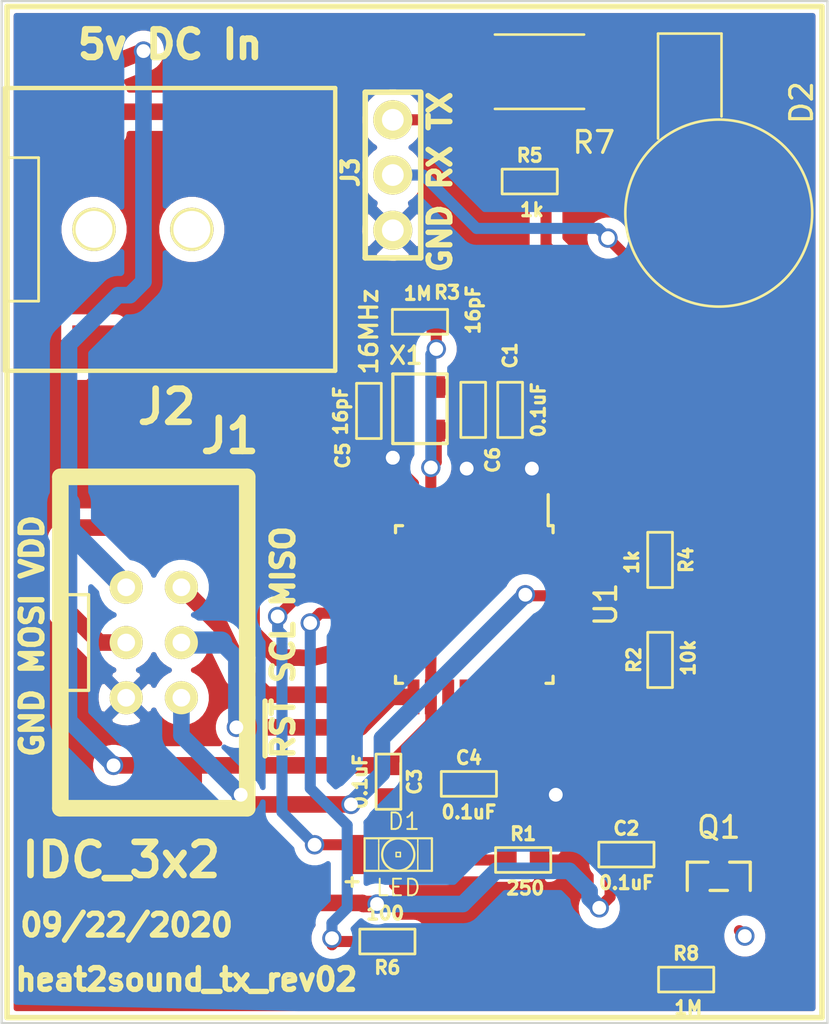
<source format=kicad_pcb>
(kicad_pcb (version 20171130) (host pcbnew 5.1.5-52549c5~86~ubuntu18.04.1)

  (general
    (thickness 1.6002)
    (drawings 14)
    (tracks 210)
    (zones 0)
    (modules 22)
    (nets 21)
  )

  (page A4)
  (title_block
    (date "12 jun 2010")
  )

  (layers
    (0 Component signal)
    (31 Copper signal)
    (32 B.Adhes user)
    (33 F.Adhes user)
    (34 B.Paste user)
    (35 F.Paste user)
    (36 B.SilkS user)
    (37 F.SilkS user)
    (38 B.Mask user)
    (39 F.Mask user)
    (40 Dwgs.User user)
    (41 Cmts.User user)
    (42 Eco1.User user)
    (43 Eco2.User user)
    (44 Edge.Cuts user)
    (45 Margin user)
    (46 B.CrtYd user)
    (47 F.CrtYd user)
  )

  (setup
    (last_trace_width 0.508)
    (user_trace_width 0.254)
    (user_trace_width 0.508)
    (user_trace_width 0.762)
    (user_trace_width 1.016)
    (user_trace_width 1.27)
    (trace_clearance 0.1)
    (zone_clearance 0.5)
    (zone_45_only no)
    (trace_min 0.2032)
    (via_size 0.889)
    (via_drill 0.635)
    (via_min_size 0.889)
    (via_min_drill 0.508)
    (uvia_size 0.508)
    (uvia_drill 0.127)
    (uvias_allowed no)
    (uvia_min_size 0.508)
    (uvia_min_drill 0.127)
    (edge_width 0.09906)
    (segment_width 0.254)
    (pcb_text_width 0.3048)
    (pcb_text_size 1.524 2.032)
    (mod_edge_width 0.254)
    (mod_text_size 1.524 1.524)
    (mod_text_width 0.09906)
    (pad_size 1.99898 1.99898)
    (pad_drill 1.00076)
    (pad_to_mask_clearance 0.1)
    (solder_mask_min_width 0.1)
    (aux_axis_origin 0 0)
    (visible_elements FFFFFF7F)
    (pcbplotparams
      (layerselection 0x010fc_ffffffff)
      (usegerberextensions false)
      (usegerberattributes false)
      (usegerberadvancedattributes false)
      (creategerberjobfile false)
      (excludeedgelayer true)
      (linewidth 0.100000)
      (plotframeref false)
      (viasonmask false)
      (mode 1)
      (useauxorigin false)
      (hpglpennumber 1)
      (hpglpenspeed 20)
      (hpglpendiameter 15.000000)
      (psnegative false)
      (psa4output false)
      (plotreference true)
      (plotvalue true)
      (plotinvisibletext false)
      (padsonsilk false)
      (subtractmaskfromsilk false)
      (outputformat 1)
      (mirror false)
      (drillshape 0)
      (scaleselection 1)
      (outputdirectory ""))
  )

  (net 0 "")
  (net 1 GND)
  (net 2 +5V)
  (net 3 "Net-(C4-Pad1)")
  (net 4 "Net-(D1-Pad2)")
  (net 5 "Net-(D1-Pad1)")
  (net 6 "Net-(D2-Pad1)")
  (net 7 "Net-(D2-Pad2)")
  (net 8 MOSI)
  (net 9 ~RESET)
  (net 10 SCLK)
  (net 11 MISO)
  (net 12 "Net-(J3-Pad2)")
  (net 13 "Net-(J3-Pad3)")
  (net 14 "Net-(Q1-Pad1)")
  (net 15 RX)
  (net 16 TX)
  (net 17 PulseOut)
  (net 18 "Net-(C5-Pad1)")
  (net 19 "Net-(C6-Pad1)")
  (net 20 "Net-(U1-Pad21)")

  (net_class Default "This is the default net class."
    (clearance 0.1)
    (trace_width 0.2032)
    (via_dia 0.889)
    (via_drill 0.635)
    (uvia_dia 0.508)
    (uvia_drill 0.127)
    (diff_pair_width 0.3)
    (diff_pair_gap 0.25)
    (add_net +5V)
    (add_net GND)
    (add_net MISO)
    (add_net MOSI)
    (add_net "Net-(C4-Pad1)")
    (add_net "Net-(C5-Pad1)")
    (add_net "Net-(C6-Pad1)")
    (add_net "Net-(D1-Pad1)")
    (add_net "Net-(D1-Pad2)")
    (add_net "Net-(D2-Pad1)")
    (add_net "Net-(D2-Pad2)")
    (add_net "Net-(J3-Pad2)")
    (add_net "Net-(J3-Pad3)")
    (add_net "Net-(Q1-Pad1)")
    (add_net "Net-(U1-Pad21)")
    (add_net PulseOut)
    (add_net RX)
    (add_net SCLK)
    (add_net TX)
    (add_net ~RESET)
  )

  (module ted_capacitors:TED_SM0603_C (layer Component) (tedit 590516B2) (tstamp 5F5F01AF)
    (at 168.9 116.84816 270)
    (descr "SMT capacitor, 0603")
    (path /5F5FC436)
    (fp_text reference C5 (at 2.05184 1.2 90) (layer F.SilkS)
      (effects (font (size 0.6 0.6) (thickness 0.15)))
    )
    (fp_text value 16pF (at 0 1.3 90) (layer F.SilkS)
      (effects (font (size 0.6 0.6) (thickness 0.15)))
    )
    (fp_line (start -1.27 0.57) (end -1.27 -0.57) (layer F.SilkS) (width 0.127))
    (fp_line (start 1.25 0.57) (end -1.25 0.57) (layer F.SilkS) (width 0.127))
    (fp_line (start 1.27 -0.57) (end 1.27 0.57) (layer F.SilkS) (width 0.127))
    (fp_line (start -1.25 -0.57) (end 1.25 -0.57) (layer F.SilkS) (width 0.127))
    (pad 1 smd rect (at -0.75184 0 270) (size 0.9 1) (layers Component F.Paste F.Mask)
      (net 18 "Net-(C5-Pad1)") (clearance 0.1))
    (pad 2 smd rect (at 0.75184 0 270) (size 0.89916 1.00076) (layers Component F.Paste F.Mask)
      (net 1 GND) (clearance 0.1))
    (model smd/capacitors/c_0603.wrl
      (at (xyz 0 0 0))
      (scale (xyz 1 1 1))
      (rotate (xyz 0 0 0))
    )
  )

  (module ted_ICs:TQFP-32_7x7mm_Pitch0.8mm (layer Component) (tedit 58CC9A48) (tstamp 4C01E467)
    (at 173.75 125.75 270)
    (descr "32-Lead Plastic Thin Quad Flatpack (PT) - 7x7x1.0 mm Body, 2.00 mm [TQFP] (see Microchip Packaging Specification 00000049BS.pdf)")
    (tags "QFP 0.8")
    (path /5F3BBA35)
    (attr smd)
    (fp_text reference U1 (at 0 -6.05 90) (layer F.SilkS)
      (effects (font (size 1 1) (thickness 0.15)))
    )
    (fp_text value ATMEGA328P-AU (at 0 6.05 90) (layer F.Fab)
      (effects (font (size 1 1) (thickness 0.15)))
    )
    (fp_line (start -3.625 -3.4) (end -5.05 -3.4) (layer F.SilkS) (width 0.15))
    (fp_line (start 3.625 -3.625) (end 3.3 -3.625) (layer F.SilkS) (width 0.15))
    (fp_line (start 3.625 3.625) (end 3.3 3.625) (layer F.SilkS) (width 0.15))
    (fp_line (start -3.625 3.625) (end -3.3 3.625) (layer F.SilkS) (width 0.15))
    (fp_line (start -3.625 -3.625) (end -3.3 -3.625) (layer F.SilkS) (width 0.15))
    (fp_line (start -3.625 3.625) (end -3.625 3.3) (layer F.SilkS) (width 0.15))
    (fp_line (start 3.625 3.625) (end 3.625 3.3) (layer F.SilkS) (width 0.15))
    (fp_line (start 3.625 -3.625) (end 3.625 -3.3) (layer F.SilkS) (width 0.15))
    (fp_line (start -3.625 -3.625) (end -3.625 -3.4) (layer F.SilkS) (width 0.15))
    (fp_line (start -5.3 5.3) (end 5.3 5.3) (layer F.CrtYd) (width 0.05))
    (fp_line (start -5.3 -5.3) (end 5.3 -5.3) (layer F.CrtYd) (width 0.05))
    (fp_line (start 5.3 -5.3) (end 5.3 5.3) (layer F.CrtYd) (width 0.05))
    (fp_line (start -5.3 -5.3) (end -5.3 5.3) (layer F.CrtYd) (width 0.05))
    (fp_line (start -3.5 -2.5) (end -2.5 -3.5) (layer F.Fab) (width 0.15))
    (fp_line (start -3.5 3.5) (end -3.5 -2.5) (layer F.Fab) (width 0.15))
    (fp_line (start 3.5 3.5) (end -3.5 3.5) (layer F.Fab) (width 0.15))
    (fp_line (start 3.5 -3.5) (end 3.5 3.5) (layer F.Fab) (width 0.15))
    (fp_line (start -2.5 -3.5) (end 3.5 -3.5) (layer F.Fab) (width 0.15))
    (fp_text user %R (at 0 0 90) (layer F.Fab)
      (effects (font (size 1 1) (thickness 0.15)))
    )
    (pad 32 smd rect (at -2.8 -4.25) (size 1.6 0.55) (layers Component F.Paste F.Mask))
    (pad 31 smd rect (at -2 -4.25) (size 1.6 0.55) (layers Component F.Paste F.Mask)
      (net 16 TX))
    (pad 30 smd rect (at -1.2 -4.25) (size 1.6 0.55) (layers Component F.Paste F.Mask)
      (net 15 RX))
    (pad 29 smd rect (at -0.4 -4.25) (size 1.6 0.55) (layers Component F.Paste F.Mask)
      (net 9 ~RESET))
    (pad 28 smd rect (at 0.4 -4.25) (size 1.6 0.55) (layers Component F.Paste F.Mask))
    (pad 27 smd rect (at 1.2 -4.25) (size 1.6 0.55) (layers Component F.Paste F.Mask))
    (pad 26 smd rect (at 2 -4.25) (size 1.6 0.55) (layers Component F.Paste F.Mask))
    (pad 25 smd rect (at 2.8 -4.25) (size 1.6 0.55) (layers Component F.Paste F.Mask))
    (pad 24 smd rect (at 4.25 -2.8 270) (size 1.6 0.55) (layers Component F.Paste F.Mask))
    (pad 23 smd rect (at 4.25 -2 270) (size 1.6 0.55) (layers Component F.Paste F.Mask))
    (pad 22 smd rect (at 4.25 -1.2 270) (size 1.6 0.55) (layers Component F.Paste F.Mask))
    (pad 21 smd rect (at 4.25 -0.4 270) (size 1.6 0.55) (layers Component F.Paste F.Mask)
      (net 1 GND))
    (pad 20 smd rect (at 4.25 0.4 270) (size 1.6 0.55) (layers Component F.Paste F.Mask)
      (net 3 "Net-(C4-Pad1)"))
    (pad 19 smd rect (at 4.25 1.2 270) (size 1.6 0.55) (layers Component F.Paste F.Mask))
    (pad 18 smd rect (at 4.25 2 270) (size 1.6 0.55) (layers Component F.Paste F.Mask)
      (net 2 +5V))
    (pad 17 smd rect (at 4.25 2.8 270) (size 1.6 0.55) (layers Component F.Paste F.Mask)
      (net 10 SCLK))
    (pad 16 smd rect (at 2.8 4.25) (size 1.6 0.55) (layers Component F.Paste F.Mask)
      (net 11 MISO))
    (pad 15 smd rect (at 2 4.25) (size 1.6 0.55) (layers Component F.Paste F.Mask)
      (net 8 MOSI))
    (pad 14 smd rect (at 1.2 4.25) (size 1.6 0.55) (layers Component F.Paste F.Mask))
    (pad 13 smd rect (at 0.4 4.25) (size 1.6 0.55) (layers Component F.Paste F.Mask)
      (net 17 PulseOut))
    (pad 12 smd rect (at -0.4 4.25) (size 1.6 0.55) (layers Component F.Paste F.Mask)
      (net 5 "Net-(D1-Pad1)"))
    (pad 11 smd rect (at -1.2 4.25) (size 1.6 0.55) (layers Component F.Paste F.Mask))
    (pad 10 smd rect (at -2 4.25) (size 1.6 0.55) (layers Component F.Paste F.Mask))
    (pad 9 smd rect (at -2.8 4.25) (size 1.6 0.55) (layers Component F.Paste F.Mask))
    (pad 8 smd rect (at -4.25 2.8 270) (size 1.6 0.55) (layers Component F.Paste F.Mask)
      (net 18 "Net-(C5-Pad1)"))
    (pad 7 smd rect (at -4.25 2 270) (size 1.6 0.55) (layers Component F.Paste F.Mask)
      (net 19 "Net-(C6-Pad1)"))
    (pad 6 smd rect (at -4.25 1.2 270) (size 1.6 0.55) (layers Component F.Paste F.Mask)
      (net 2 +5V))
    (pad 5 smd rect (at -4.25 0.4 270) (size 1.6 0.55) (layers Component F.Paste F.Mask)
      (net 1 GND))
    (pad 4 smd rect (at -4.25 -0.4 270) (size 1.6 0.55) (layers Component F.Paste F.Mask)
      (net 2 +5V))
    (pad 3 smd rect (at -4.25 -1.2 270) (size 1.6 0.55) (layers Component F.Paste F.Mask)
      (net 1 GND))
    (pad 2 smd rect (at -4.25 -2 270) (size 1.6 0.55) (layers Component F.Paste F.Mask))
    (pad 1 smd rect (at -4.25 -2.8 270) (size 1.6 0.55) (layers Component F.Paste F.Mask))
    (model ${KISYS3DMOD}/Housings_QFP.3dshapes/TQFP-32_7x7mm_Pitch0.8mm.wrl
      (at (xyz 0 0 0))
      (scale (xyz 1 1 1))
      (rotate (xyz 0 0 0))
    )
  )

  (module ted_crystals:crystal_TSX3225 (layer Component) (tedit 0) (tstamp 5F40BDFE)
    (at 171.25 116.75 90)
    (descr "crystal Epson Toyocom FA-238 and TSX-3225 series")
    (path /5F3CC930)
    (fp_text reference X1 (at 2.45 -0.65 180) (layer F.SilkS)
      (effects (font (size 0.8 0.8) (thickness 0.15)))
    )
    (fp_text value 16MHz (at 3.55 -2.35 90) (layer F.SilkS)
      (effects (font (size 0.8 0.8) (thickness 0.15)))
    )
    (fp_line (start -1.6 1.25) (end -1.6 -1.25) (layer F.SilkS) (width 0.15))
    (fp_line (start 1.6 1.25) (end -1.6 1.25) (layer F.SilkS) (width 0.15))
    (fp_line (start 1.6 -1.25) (end 1.6 1.25) (layer F.SilkS) (width 0.15))
    (fp_line (start -1.6 -1.25) (end 1.6 -1.25) (layer F.SilkS) (width 0.15))
    (pad 3 smd rect (at 1 -0.75 90) (size 1 0.8) (layers Component F.Paste F.Mask)
      (net 18 "Net-(C5-Pad1)"))
    (pad 4 smd rect (at -1 -0.75 90) (size 1 0.8) (layers Component F.Paste F.Mask)
      (net 1 GND))
    (pad 2 smd rect (at 1 0.75 90) (size 1 0.8) (layers Component F.Paste F.Mask)
      (net 1 GND))
    (pad 1 smd rect (at -1 0.75 90) (size 1 0.8) (layers Component F.Paste F.Mask)
      (net 19 "Net-(C6-Pad1)"))
    (model smd/smd_crystal&oscillator/crystal_4pins_smd.wrl
      (at (xyz 0 0 0))
      (scale (xyz 0.24 0.24 0.24))
      (rotate (xyz 0 0 0))
    )
  )

  (module ted_resistors:TED_R_2512_6332Metric (layer Component) (tedit 5F3CAC63) (tstamp 5F40BDF2)
    (at 176.75 101.25)
    (descr "Resistor SMD 2512 (6332 Metric), square (rectangular) end terminal, IPC_7351 nominal, (Body size source: http://www.tortai-tech.com/upload/download/2011102023233369053.pdf), generated with kicad-footprint-generator")
    (tags resistor)
    (path /5F408B67)
    (attr smd)
    (fp_text reference R7 (at 2.5 3.25) (layer F.SilkS)
      (effects (font (size 1 1) (thickness 0.15)))
    )
    (fp_text value 10 (at 0 2.62) (layer F.Fab)
      (effects (font (size 1 1) (thickness 0.15)))
    )
    (fp_text user %R (at 0 0) (layer F.Fab)
      (effects (font (size 1 1) (thickness 0.15)))
    )
    (fp_line (start 3.82 1.92) (end -3.82 1.92) (layer F.CrtYd) (width 0.05))
    (fp_line (start 3.82 -1.92) (end 3.82 1.92) (layer F.CrtYd) (width 0.05))
    (fp_line (start -3.82 -1.92) (end 3.82 -1.92) (layer F.CrtYd) (width 0.05))
    (fp_line (start -3.82 1.92) (end -3.82 -1.92) (layer F.CrtYd) (width 0.05))
    (fp_line (start -2.052064 1.71) (end 2.052064 1.71) (layer F.SilkS) (width 0.12))
    (fp_line (start -2.052064 -1.71) (end 2.052064 -1.71) (layer F.SilkS) (width 0.12))
    (fp_line (start 3.15 1.6) (end -3.15 1.6) (layer F.Fab) (width 0.1))
    (fp_line (start 3.15 -1.6) (end 3.15 1.6) (layer F.Fab) (width 0.1))
    (fp_line (start -3.15 -1.6) (end 3.15 -1.6) (layer F.Fab) (width 0.1))
    (fp_line (start -3.15 1.6) (end -3.15 -1.6) (layer F.Fab) (width 0.1))
    (pad 2 smd roundrect (at 2.9 0) (size 2 3.35) (layers Component F.Paste F.Mask) (roundrect_rratio 0.185)
      (net 6 "Net-(D2-Pad1)"))
    (pad 1 smd roundrect (at -2.9 0) (size 2 3.35) (layers Component F.Paste F.Mask) (roundrect_rratio 0.185)
      (net 2 +5V))
    (model ${KISYS3DMOD}/Resistor_SMD.3dshapes/R_2512_6332Metric.wrl
      (at (xyz 0 0 0))
      (scale (xyz 1 1 1))
      (rotate (xyz 0 0 0))
    )
  )

  (module ted_resistors:TED_SM0603_R (layer Component) (tedit 590515EF) (tstamp 5F40BDE1)
    (at 169.75 141.25 180)
    (descr "SMT resistor, 0603")
    (path /5F41ECFB)
    (fp_text reference R6 (at 0 -1.2) (layer F.SilkS)
      (effects (font (size 0.6 0.6) (thickness 0.15)))
    )
    (fp_text value 100 (at 0.1 1.3) (layer F.SilkS)
      (effects (font (size 0.6 0.6) (thickness 0.15)))
    )
    (fp_line (start 1.25 0.57) (end -1.25 0.57) (layer F.SilkS) (width 0.127))
    (fp_line (start -1.25 -0.57) (end 1.25 -0.57) (layer F.SilkS) (width 0.127))
    (fp_line (start 1.27 -0.57) (end 1.27 0.57) (layer F.SilkS) (width 0.127))
    (fp_line (start -1.27 -0.57) (end -1.27 0.57) (layer F.SilkS) (width 0.127))
    (pad 1 smd rect (at -0.75184 0 180) (size 0.89916 1.00076) (layers Component F.Paste F.Mask)
      (net 14 "Net-(Q1-Pad1)") (clearance 0.1))
    (pad 2 smd rect (at 0.75184 0 180) (size 0.89916 1.00076) (layers Component F.Paste F.Mask)
      (net 17 PulseOut) (clearance 0.1))
    (model smd/capacitors/c_0603.wrl
      (at (xyz 0 0 0))
      (scale (xyz 1 1 1))
      (rotate (xyz 0 0 0))
    )
  )

  (module ted_resistors:TED_SM0603_R (layer Component) (tedit 590515EF) (tstamp 5F40BDD7)
    (at 176.3 106.3)
    (descr "SMT resistor, 0603")
    (path /5F44396F)
    (fp_text reference R5 (at 0 -1.2) (layer F.SilkS)
      (effects (font (size 0.6 0.6) (thickness 0.15)))
    )
    (fp_text value 1k (at 0.1 1.3) (layer F.SilkS)
      (effects (font (size 0.6 0.6) (thickness 0.15)))
    )
    (fp_line (start 1.25 0.57) (end -1.25 0.57) (layer F.SilkS) (width 0.127))
    (fp_line (start -1.25 -0.57) (end 1.25 -0.57) (layer F.SilkS) (width 0.127))
    (fp_line (start 1.27 -0.57) (end 1.27 0.57) (layer F.SilkS) (width 0.127))
    (fp_line (start -1.27 -0.57) (end -1.27 0.57) (layer F.SilkS) (width 0.127))
    (pad 1 smd rect (at -0.75184 0) (size 0.89916 1.00076) (layers Component F.Paste F.Mask)
      (net 13 "Net-(J3-Pad3)") (clearance 0.1))
    (pad 2 smd rect (at 0.75184 0) (size 0.89916 1.00076) (layers Component F.Paste F.Mask)
      (net 16 TX) (clearance 0.1))
    (model smd/capacitors/c_0603.wrl
      (at (xyz 0 0 0))
      (scale (xyz 1 1 1))
      (rotate (xyz 0 0 0))
    )
  )

  (module ted_resistors:TED_SM0603_R (layer Component) (tedit 590515EF) (tstamp 4C0C1BFF)
    (at 182.3 123.7 270)
    (descr "SMT resistor, 0603")
    (path /5F4473D5)
    (fp_text reference R4 (at 0 -1.2 90) (layer F.SilkS)
      (effects (font (size 0.6 0.6) (thickness 0.15)))
    )
    (fp_text value 1k (at 0.1 1.3 90) (layer F.SilkS)
      (effects (font (size 0.6 0.6) (thickness 0.15)))
    )
    (fp_line (start 1.25 0.57) (end -1.25 0.57) (layer F.SilkS) (width 0.127))
    (fp_line (start -1.25 -0.57) (end 1.25 -0.57) (layer F.SilkS) (width 0.127))
    (fp_line (start 1.27 -0.57) (end 1.27 0.57) (layer F.SilkS) (width 0.127))
    (fp_line (start -1.27 -0.57) (end -1.27 0.57) (layer F.SilkS) (width 0.127))
    (pad 1 smd rect (at -0.75184 0 270) (size 0.89916 1.00076) (layers Component F.Paste F.Mask)
      (net 12 "Net-(J3-Pad2)") (clearance 0.1))
    (pad 2 smd rect (at 0.75184 0 270) (size 0.89916 1.00076) (layers Component F.Paste F.Mask)
      (net 15 RX) (clearance 0.1))
    (model smd/capacitors/c_0603.wrl
      (at (xyz 0 0 0))
      (scale (xyz 1 1 1))
      (rotate (xyz 0 0 0))
    )
  )

  (module ted_resistors:TED_SM0603_R (layer Component) (tedit 590515EF) (tstamp 4C0C1C01)
    (at 171.25 112.75 180)
    (descr "SMT resistor, 0603")
    (path /5F3CE30E)
    (fp_text reference R3 (at -1.25 1.35) (layer F.SilkS)
      (effects (font (size 0.6 0.6) (thickness 0.15)))
    )
    (fp_text value 1M (at 0.1 1.3) (layer F.SilkS)
      (effects (font (size 0.6 0.6) (thickness 0.15)))
    )
    (fp_line (start 1.25 0.57) (end -1.25 0.57) (layer F.SilkS) (width 0.127))
    (fp_line (start -1.25 -0.57) (end 1.25 -0.57) (layer F.SilkS) (width 0.127))
    (fp_line (start 1.27 -0.57) (end 1.27 0.57) (layer F.SilkS) (width 0.127))
    (fp_line (start -1.27 -0.57) (end -1.27 0.57) (layer F.SilkS) (width 0.127))
    (pad 1 smd rect (at -0.75184 0 180) (size 0.89916 1.00076) (layers Component F.Paste F.Mask)
      (net 19 "Net-(C6-Pad1)") (clearance 0.1))
    (pad 2 smd rect (at 0.75184 0 180) (size 0.89916 1.00076) (layers Component F.Paste F.Mask)
      (net 18 "Net-(C5-Pad1)") (clearance 0.1))
    (model smd/capacitors/c_0603.wrl
      (at (xyz 0 0 0))
      (scale (xyz 1 1 1))
      (rotate (xyz 0 0 0))
    )
  )

  (module ted_resistors:TED_SM0603_R (layer Component) (tedit 590515EF) (tstamp 4C01E462)
    (at 182.3 128.3 90)
    (descr "SMT resistor, 0603")
    (path /5F3E2B21)
    (fp_text reference R2 (at 0 -1.2 90) (layer F.SilkS)
      (effects (font (size 0.6 0.6) (thickness 0.15)))
    )
    (fp_text value 10k (at 0.1 1.3 90) (layer F.SilkS)
      (effects (font (size 0.6 0.6) (thickness 0.15)))
    )
    (fp_line (start 1.25 0.57) (end -1.25 0.57) (layer F.SilkS) (width 0.127))
    (fp_line (start -1.25 -0.57) (end 1.25 -0.57) (layer F.SilkS) (width 0.127))
    (fp_line (start 1.27 -0.57) (end 1.27 0.57) (layer F.SilkS) (width 0.127))
    (fp_line (start -1.27 -0.57) (end -1.27 0.57) (layer F.SilkS) (width 0.127))
    (pad 1 smd rect (at -0.75184 0 90) (size 0.89916 1.00076) (layers Component F.Paste F.Mask)
      (net 2 +5V) (clearance 0.1))
    (pad 2 smd rect (at 0.75184 0 90) (size 0.89916 1.00076) (layers Component F.Paste F.Mask)
      (net 9 ~RESET) (clearance 0.1))
    (model smd/capacitors/c_0603.wrl
      (at (xyz 0 0 0))
      (scale (xyz 1 1 1))
      (rotate (xyz 0 0 0))
    )
  )

  (module ted_resistors:TED_SM0603_R (layer Component) (tedit 590515EF) (tstamp 4C01E464)
    (at 176 137.5)
    (descr "SMT resistor, 0603")
    (path /5F3E638A)
    (fp_text reference R1 (at 0 -1.2) (layer F.SilkS)
      (effects (font (size 0.6 0.6) (thickness 0.15)))
    )
    (fp_text value 250 (at 0.1 1.3) (layer F.SilkS)
      (effects (font (size 0.6 0.6) (thickness 0.15)))
    )
    (fp_line (start 1.25 0.57) (end -1.25 0.57) (layer F.SilkS) (width 0.127))
    (fp_line (start -1.25 -0.57) (end 1.25 -0.57) (layer F.SilkS) (width 0.127))
    (fp_line (start 1.27 -0.57) (end 1.27 0.57) (layer F.SilkS) (width 0.127))
    (fp_line (start -1.27 -0.57) (end -1.27 0.57) (layer F.SilkS) (width 0.127))
    (pad 1 smd rect (at -0.75184 0) (size 0.89916 1.00076) (layers Component F.Paste F.Mask)
      (net 4 "Net-(D1-Pad2)") (clearance 0.1))
    (pad 2 smd rect (at 0.75184 0) (size 0.89916 1.00076) (layers Component F.Paste F.Mask)
      (net 1 GND) (clearance 0.1))
    (model smd/capacitors/c_0603.wrl
      (at (xyz 0 0 0))
      (scale (xyz 1 1 1))
      (rotate (xyz 0 0 0))
    )
  )

  (module ted_transistors:TED_SOT-23 (layer Component) (tedit 5920E017) (tstamp 5F40BDA9)
    (at 185 138.25)
    (descr "SOT-23, Standard")
    (tags SOT-23)
    (path /5F3B6C60)
    (attr smd)
    (fp_text reference Q1 (at 0 -2.25) (layer F.SilkS)
      (effects (font (size 1 1) (thickness 0.15)))
    )
    (fp_text value NMOSFET_GSD (at 0 2.3) (layer Dwgs.User) hide
      (effects (font (size 1 1) (thickness 0.15)))
    )
    (fp_line (start 1.45 -0.65) (end 1.45 0.65) (layer F.SilkS) (width 0.15))
    (fp_line (start -1.45 -0.65) (end -0.5 -0.65) (layer F.SilkS) (width 0.15))
    (fp_line (start -1.45 0.65) (end -1.45 -0.65) (layer F.SilkS) (width 0.15))
    (fp_line (start -1.65 1.6) (end -1.65 -1.6) (layer F.CrtYd) (width 0.05))
    (fp_line (start 1.65 1.6) (end -1.65 1.6) (layer F.CrtYd) (width 0.05))
    (fp_line (start 1.65 -1.6) (end 1.65 1.6) (layer F.CrtYd) (width 0.05))
    (fp_line (start -1.65 -1.6) (end 1.65 -1.6) (layer F.CrtYd) (width 0.05))
    (fp_line (start 0.5 -0.65) (end 1.45 -0.65) (layer F.SilkS) (width 0.15))
    (fp_line (start -0.4 0.65) (end 0.4 0.65) (layer F.SilkS) (width 0.15))
    (pad 3 smd rect (at 0 -1) (size 0.8001 0.8001) (layers Component F.Paste F.Mask)
      (net 7 "Net-(D2-Pad2)"))
    (pad 2 smd rect (at 0.95 1) (size 0.8001 0.8001) (layers Component F.Paste F.Mask)
      (net 1 GND))
    (pad 1 smd rect (at -0.95 1) (size 0.8001 0.8001) (layers Component F.Paste F.Mask)
      (net 14 "Net-(Q1-Pad1)"))
    (model TO_SOT_Packages_SMD.3dshapes/SOT-23.wrl
      (at (xyz 0 0 0))
      (scale (xyz 1 1 1))
      (rotate (xyz 0 0 0))
    )
  )

  (module ted_connectors:TED_HEADER_3x1 (layer Component) (tedit 591A6C4A) (tstamp 4C01E461)
    (at 170 106 90)
    (path /5F3EFE46)
    (fp_text reference J3 (at 0.125 -1.95 90) (layer F.SilkS)
      (effects (font (size 0.762 0.762) (thickness 0.1905)))
    )
    (fp_text value HEADER_3X1 (at -1 2.5 90) (layer F.SilkS) hide
      (effects (font (size 0.762 0.762) (thickness 0.1905)))
    )
    (fp_line (start -3.81 1.28524) (end -3.81 -1.27508) (layer F.SilkS) (width 0.254))
    (fp_line (start 3.81 1.28524) (end -3.81 1.28524) (layer F.SilkS) (width 0.254))
    (fp_line (start 3.81 -1.27) (end 3.81 1.27) (layer F.SilkS) (width 0.254))
    (fp_line (start 3.81 -1.27) (end -3.81 -1.27) (layer F.SilkS) (width 0.254))
    (pad 1 thru_hole circle (at -2.54 0 90) (size 1.8 1.8) (drill 1) (layers *.Cu *.Mask F.SilkS)
      (net 1 GND))
    (pad 2 thru_hole circle (at 0 0 90) (size 1.8 1.8) (drill 1) (layers *.Cu *.Mask F.SilkS)
      (net 12 "Net-(J3-Pad2)"))
    (pad 3 thru_hole circle (at 2.54 0 90) (size 1.8 1.8) (drill 1) (layers *.Cu *.Mask F.SilkS)
      (net 13 "Net-(J3-Pad3)"))
  )

  (module ted_connectors:TED_2.1mm_DC_SMD (layer Component) (tedit 0) (tstamp 4C01E45F)
    (at 159.75 108.5 180)
    (path /4BAC0857)
    (fp_text reference J2 (at 0.15748 -8.15848) (layer F.SilkS)
      (effects (font (size 1.524 1.524) (thickness 0.3048)))
    )
    (fp_text value DC_2.1mm (at 0.1016 8.49884) (layer F.SilkS) hide
      (effects (font (size 1.524 1.524) (thickness 0.3048)))
    )
    (fp_line (start -7.59968 6.5024) (end -7.59968 -6.5024) (layer F.SilkS) (width 0.20066))
    (fp_line (start 7.59968 6.5024) (end -7.59968 6.5024) (layer F.SilkS) (width 0.20066))
    (fp_line (start 7.59968 -6.5024) (end 7.59968 6.5024) (layer F.SilkS) (width 0.20066))
    (fp_line (start -7.59968 -6.5024) (end 7.59968 -6.5024) (layer F.SilkS) (width 0.20066))
    (fp_line (start 6.05 3.3) (end 7.575 3.3) (layer F.SilkS) (width 0.127))
    (fp_line (start 6.05 -3.3) (end 6.05 3.3) (layer F.SilkS) (width 0.127))
    (fp_line (start 7.6 -3.3) (end 6.05 -3.3) (layer F.SilkS) (width 0.127))
    (pad "" np_thru_hole circle (at 3.50012 0 180) (size 1.99898 1.99898) (drill 1.69926) (layers *.Cu *.Mask F.SilkS))
    (pad 3 smd rect (at -2.60096 -5.41528 180) (size 1.99898 1.99898) (layers Component F.Paste F.Mask))
    (pad 2 smd rect (at 3.50012 -5.41528 180) (size 1.99898 1.99898) (layers Component F.Paste F.Mask)
      (net 1 GND))
    (pad 1 smd rect (at -2.60096 5.4102 180) (size 1.99898 1.99898) (layers Component F.Paste F.Mask)
      (net 2 +5V))
    (pad 1 smd rect (at 3.50012 5.4102 180) (size 1.99898 1.99898) (layers Component F.Paste F.Mask)
      (net 2 +5V))
    (pad "" np_thru_hole circle (at -1.00076 0 180) (size 1.99898 1.99898) (drill 1.69926) (layers *.Cu *.Mask F.SilkS))
  )

  (module LED_SMD:LED_1W_3W_R8 (layer Component) (tedit 58AC980C) (tstamp 5F40BD6F)
    (at 185 107.75 270)
    (descr https://www.gme.cz/data/attachments/dsh.518-234.1.pdf)
    (tags "LED 1W 3W 5W")
    (path /5F41266C)
    (attr smd)
    (fp_text reference D2 (at -5.08 -3.81 90) (layer F.SilkS)
      (effects (font (size 1 1) (thickness 0.15)))
    )
    (fp_text value LED (at 0 5.08 90) (layer F.Fab)
      (effects (font (size 1 1) (thickness 0.15)))
    )
    (fp_circle (center 0 0) (end 4.025 0) (layer F.Fab) (width 0.1))
    (fp_line (start 4.826 1.524) (end 4.826 0.508) (layer F.Fab) (width 0.1))
    (fp_line (start -5.334 -1.016) (end -4.318 -1.016) (layer F.Fab) (width 0.1))
    (fp_line (start 4.318 1.016) (end 5.334 1.016) (layer F.Fab) (width 0.1))
    (fp_circle (center 0 0) (end -4.3 0) (layer F.SilkS) (width 0.12))
    (fp_line (start -4.445 -0.127) (end -8.255 -0.127) (layer F.SilkS) (width 0.12))
    (fp_line (start -8.255 -0.127) (end -8.255 2.794) (layer F.SilkS) (width 0.12))
    (fp_line (start -8.255 2.794) (end -3.429 2.794) (layer F.SilkS) (width 0.12))
    (fp_line (start -4.59 -0.45) (end -8.55 -0.45) (layer F.CrtYd) (width 0.05))
    (fp_line (start -8.55 -0.45) (end -8.55 3.15) (layer F.CrtYd) (width 0.05))
    (fp_line (start -8.55 3.15) (end -3.37 3.15) (layer F.CrtYd) (width 0.05))
    (fp_line (start 3.37 -3.15) (end 8.55 -3.15) (layer F.CrtYd) (width 0.05))
    (fp_line (start 8.55 -3.15) (end 8.55 0.45) (layer F.CrtYd) (width 0.05))
    (fp_line (start 8.55 0.45) (end 4.59 0.45) (layer F.CrtYd) (width 0.05))
    (fp_arc (start 0 0) (end -4.59 -0.45) (angle 131.3332206) (layer F.CrtYd) (width 0.05))
    (fp_arc (start 0 0) (end 4.59 0.45) (angle 131.3332206) (layer F.CrtYd) (width 0.05))
    (fp_line (start -1.27 0) (end 1.27 -1.27) (layer F.Fab) (width 0.1))
    (fp_line (start 1.27 -1.27) (end 1.27 1.27) (layer F.Fab) (width 0.1))
    (fp_line (start -1.27 0) (end 1.27 1.27) (layer F.Fab) (width 0.1))
    (fp_line (start 1.27 1.27) (end 1.27 0) (layer F.Fab) (width 0.1))
    (fp_line (start 1.27 0) (end 2.54 0) (layer F.Fab) (width 0.1))
    (fp_line (start -1.27 -1.27) (end -1.27 1.27) (layer F.Fab) (width 0.1))
    (fp_line (start -2.54 0) (end -1.27 0) (layer F.Fab) (width 0.1))
    (fp_text user %R (at 0 -2.54 90) (layer F.Fab)
      (effects (font (size 1 1) (thickness 0.15)))
    )
    (pad 3 smd circle (at 0 0 270) (size 5.7 5.7) (layers Component F.Paste F.Mask))
    (pad 1 smd rect (at -6.35 1.35 270) (size 3.5 2.7) (layers Component F.Paste F.Mask)
      (net 6 "Net-(D2-Pad1)"))
    (pad 2 smd rect (at 6.35 -1.35 270) (size 3.5 2.7) (layers Component F.Paste F.Mask)
      (net 7 "Net-(D2-Pad2)"))
    (model ${KISYS3DMOD}/LED_SMD.3dshapes/LED_1W_3W_R8.wrl
      (at (xyz 0 0 0))
      (scale (xyz 1 1 1))
      (rotate (xyz 0 0 0))
    )
  )

  (module ted_led:TED_LED-1206 (layer Component) (tedit 5BAC1AE8) (tstamp 5F40BD50)
    (at 170.25 137.25)
    (descr "LED 1206 smd package")
    (tags "LED1206 SMD")
    (path /5F3E21AA)
    (attr smd)
    (fp_text reference D1 (at 0.254 -1.524) (layer F.SilkS)
      (effects (font (size 0.762 0.762) (thickness 0.0889)))
    )
    (fp_text value LED (at 0 1.524) (layer F.SilkS)
      (effects (font (size 0.762 0.762) (thickness 0.0889)))
    )
    (fp_arc (start 0 0) (end 0.54864 -0.49784) (angle 84.5) (layer F.SilkS) (width 0.1016))
    (fp_arc (start 0 0) (end -0.54864 -0.49784) (angle 95.4) (layer F.SilkS) (width 0.1016))
    (fp_arc (start 0 0) (end -0.54864 0.49784) (angle 84.5) (layer F.SilkS) (width 0.1016))
    (fp_arc (start 0 0) (end 0.54864 0.49784) (angle 95.4) (layer F.SilkS) (width 0.1016))
    (fp_line (start 1.5494 -0.7493) (end 1.5494 0.7493) (layer F.SilkS) (width 0.1016))
    (fp_line (start -1.5494 -0.7493) (end 1.5494 -0.7493) (layer F.SilkS) (width 0.1016))
    (fp_line (start -1.5494 0.7493) (end -1.5494 -0.7493) (layer F.SilkS) (width 0.1016))
    (fp_line (start 1.5494 0.7493) (end -1.5494 0.7493) (layer F.SilkS) (width 0.1016))
    (fp_line (start -0.89916 -0.54864) (end -0.89916 -0.6985) (layer F.SilkS) (width 0.06604))
    (fp_line (start -0.89916 0.6985) (end -0.89916 -0.49784) (layer F.SilkS) (width 0.06604))
    (fp_line (start 0.89916 -0.54864) (end 0.89916 -0.6985) (layer F.SilkS) (width 0.06604))
    (fp_line (start 0.89916 0.6985) (end 0.89916 -0.49784) (layer F.SilkS) (width 0.06604))
    (fp_line (start -0.09906 0.09906) (end -0.09906 -0.09906) (layer F.SilkS) (width 0.06604))
    (fp_line (start -0.09906 -0.09906) (end 0.09906 -0.09906) (layer F.SilkS) (width 0.06604))
    (fp_line (start 0.09906 0.09906) (end 0.09906 -0.09906) (layer F.SilkS) (width 0.06604))
    (fp_line (start -0.09906 0.09906) (end 0.09906 0.09906) (layer F.SilkS) (width 0.06604))
    (fp_line (start -2.12 1.06) (end -2.12 1.46) (layer F.SilkS) (width 0.15))
    (fp_line (start -1.85 1.25) (end -2.4 1.25) (layer F.SilkS) (width 0.15))
    (pad 2 smd rect (at 1.41986 0) (size 1.59766 1.80086) (layers Component F.Paste F.Mask)
      (net 4 "Net-(D1-Pad2)"))
    (pad 1 smd rect (at -1.41986 0) (size 1.59766 1.80086) (layers Component F.Paste F.Mask)
      (net 5 "Net-(D1-Pad1)"))
  )

  (module ted_capacitors:TED_SM0603_C (layer Component) (tedit 590516B2) (tstamp 5F40BD38)
    (at 173.5 134)
    (descr "SMT capacitor, 0603")
    (path /5F4A3693)
    (fp_text reference C4 (at 0 -1.2) (layer F.SilkS)
      (effects (font (size 0.6 0.6) (thickness 0.15)))
    )
    (fp_text value 0.1uF (at 0 1.3) (layer F.SilkS)
      (effects (font (size 0.6 0.6) (thickness 0.15)))
    )
    (fp_line (start -1.27 0.57) (end -1.27 -0.57) (layer F.SilkS) (width 0.127))
    (fp_line (start 1.25 0.57) (end -1.25 0.57) (layer F.SilkS) (width 0.127))
    (fp_line (start 1.27 -0.57) (end 1.27 0.57) (layer F.SilkS) (width 0.127))
    (fp_line (start -1.25 -0.57) (end 1.25 -0.57) (layer F.SilkS) (width 0.127))
    (pad 1 smd rect (at -0.75184 0) (size 0.9 1) (layers Component F.Paste F.Mask)
      (net 3 "Net-(C4-Pad1)") (clearance 0.1))
    (pad 2 smd rect (at 0.75184 0) (size 0.89916 1.00076) (layers Component F.Paste F.Mask)
      (net 1 GND) (clearance 0.1))
    (model smd/capacitors/c_0603.wrl
      (at (xyz 0 0 0))
      (scale (xyz 1 1 1))
      (rotate (xyz 0 0 0))
    )
  )

  (module ted_capacitors:TED_SM0603_C (layer Component) (tedit 590516B2) (tstamp 5F40BD2E)
    (at 169.8 133.9 270)
    (descr "SMT capacitor, 0603")
    (path /5F46D85E)
    (fp_text reference C3 (at 0 -1.2 90) (layer F.SilkS)
      (effects (font (size 0.6 0.6) (thickness 0.15)))
    )
    (fp_text value 0.1uF (at 0 1.3 90) (layer F.SilkS)
      (effects (font (size 0.6 0.6) (thickness 0.15)))
    )
    (fp_line (start -1.27 0.57) (end -1.27 -0.57) (layer F.SilkS) (width 0.127))
    (fp_line (start 1.25 0.57) (end -1.25 0.57) (layer F.SilkS) (width 0.127))
    (fp_line (start 1.27 -0.57) (end 1.27 0.57) (layer F.SilkS) (width 0.127))
    (fp_line (start -1.25 -0.57) (end 1.25 -0.57) (layer F.SilkS) (width 0.127))
    (pad 1 smd rect (at -0.75184 0 270) (size 0.9 1) (layers Component F.Paste F.Mask)
      (net 2 +5V) (clearance 0.1))
    (pad 2 smd rect (at 0.75184 0 270) (size 0.89916 1.00076) (layers Component F.Paste F.Mask)
      (net 1 GND) (clearance 0.1))
    (model smd/capacitors/c_0603.wrl
      (at (xyz 0 0 0))
      (scale (xyz 1 1 1))
      (rotate (xyz 0 0 0))
    )
  )

  (module ted_capacitors:TED_SM0603_C (layer Component) (tedit 590516B2) (tstamp 5F40BD24)
    (at 180.75 137.25)
    (descr "SMT capacitor, 0603")
    (path /5F46EC22)
    (fp_text reference C2 (at 0 -1.2) (layer F.SilkS)
      (effects (font (size 0.6 0.6) (thickness 0.15)))
    )
    (fp_text value 0.1uF (at 0 1.3) (layer F.SilkS)
      (effects (font (size 0.6 0.6) (thickness 0.15)))
    )
    (fp_line (start -1.27 0.57) (end -1.27 -0.57) (layer F.SilkS) (width 0.127))
    (fp_line (start 1.25 0.57) (end -1.25 0.57) (layer F.SilkS) (width 0.127))
    (fp_line (start 1.27 -0.57) (end 1.27 0.57) (layer F.SilkS) (width 0.127))
    (fp_line (start -1.25 -0.57) (end 1.25 -0.57) (layer F.SilkS) (width 0.127))
    (pad 1 smd rect (at -0.75184 0) (size 0.9 1) (layers Component F.Paste F.Mask)
      (net 2 +5V) (clearance 0.1))
    (pad 2 smd rect (at 0.75184 0) (size 0.89916 1.00076) (layers Component F.Paste F.Mask)
      (net 1 GND) (clearance 0.1))
    (model smd/capacitors/c_0603.wrl
      (at (xyz 0 0 0))
      (scale (xyz 1 1 1))
      (rotate (xyz 0 0 0))
    )
  )

  (module ted_capacitors:TED_SM0603_C (layer Component) (tedit 590516B2) (tstamp 4C01E466)
    (at 175.4 116.8 90)
    (descr "SMT capacitor, 0603")
    (path /5F471990)
    (fp_text reference C1 (at 2.5 0 90) (layer F.SilkS)
      (effects (font (size 0.6 0.6) (thickness 0.15)))
    )
    (fp_text value 0.1uF (at 0 1.3 90) (layer F.SilkS)
      (effects (font (size 0.6 0.6) (thickness 0.15)))
    )
    (fp_line (start -1.27 0.57) (end -1.27 -0.57) (layer F.SilkS) (width 0.127))
    (fp_line (start 1.25 0.57) (end -1.25 0.57) (layer F.SilkS) (width 0.127))
    (fp_line (start 1.27 -0.57) (end 1.27 0.57) (layer F.SilkS) (width 0.127))
    (fp_line (start -1.25 -0.57) (end 1.25 -0.57) (layer F.SilkS) (width 0.127))
    (pad 1 smd rect (at -0.75184 0 90) (size 0.9 1) (layers Component F.Paste F.Mask)
      (net 2 +5V) (clearance 0.1))
    (pad 2 smd rect (at 0.75184 0 90) (size 0.89916 1.00076) (layers Component F.Paste F.Mask)
      (net 1 GND) (clearance 0.1))
    (model smd/capacitors/c_0603.wrl
      (at (xyz 0 0 0))
      (scale (xyz 1 1 1))
      (rotate (xyz 0 0 0))
    )
  )

  (module ted_capacitors:TED_SM0603_C (layer Component) (tedit 590516B2) (tstamp 5F5F0003)
    (at 173.7 116.8 90)
    (descr "SMT capacitor, 0603")
    (path /5F5FB00F)
    (fp_text reference C6 (at -2.3 0.9 90) (layer F.SilkS)
      (effects (font (size 0.6 0.6) (thickness 0.15)))
    )
    (fp_text value 16pF (at 4.6 0 90) (layer F.SilkS)
      (effects (font (size 0.6 0.6) (thickness 0.15)))
    )
    (fp_line (start -1.25 -0.57) (end 1.25 -0.57) (layer F.SilkS) (width 0.127))
    (fp_line (start 1.27 -0.57) (end 1.27 0.57) (layer F.SilkS) (width 0.127))
    (fp_line (start 1.25 0.57) (end -1.25 0.57) (layer F.SilkS) (width 0.127))
    (fp_line (start -1.27 0.57) (end -1.27 -0.57) (layer F.SilkS) (width 0.127))
    (pad 2 smd rect (at 0.75184 0 90) (size 0.89916 1.00076) (layers Component F.Paste F.Mask)
      (net 1 GND) (clearance 0.1))
    (pad 1 smd rect (at -0.75184 0 90) (size 0.9 1) (layers Component F.Paste F.Mask)
      (net 19 "Net-(C6-Pad1)") (clearance 0.1))
    (model smd/capacitors/c_0603.wrl
      (at (xyz 0 0 0))
      (scale (xyz 1 1 1))
      (rotate (xyz 0 0 0))
    )
  )

  (module ted_connectors:TED_IDC_3x2 (layer Component) (tedit 5D267ABB) (tstamp 5FE0348A)
    (at 159 127.5 270)
    (path /5F398CC4)
    (fp_text reference J1 (at -9.5 -3.5 180) (layer F.SilkS)
      (effects (font (size 1.524 1.524) (thickness 0.3048)))
    )
    (fp_text value IDC_3x2 (at 10 1.5 180) (layer F.SilkS)
      (effects (font (size 1.524 1.524) (thickness 0.3048)))
    )
    (fp_line (start -2.2 4) (end -2.2 3) (layer F.SilkS) (width 0.15))
    (fp_line (start -2.2 3) (end 2.2 3) (layer F.SilkS) (width 0.15))
    (fp_line (start 2.2 3) (end 2.2 4) (layer F.SilkS) (width 0.15))
    (fp_line (start 7.62 -4.3) (end 7.62 4.3) (layer F.SilkS) (width 0.762))
    (fp_line (start 7.62 4.3) (end -7.62 4.3) (layer F.SilkS) (width 0.762))
    (fp_line (start -7.62 4.3) (end -7.62 -4.3) (layer F.SilkS) (width 0.762))
    (fp_line (start -7.62 -4.3) (end 7.62 -4.3) (layer F.SilkS) (width 0.762))
    (pad 1 thru_hole circle (at -2.54 1.27 270) (size 1.524 1.524) (drill 0.8128) (layers *.Cu *.Mask F.SilkS)
      (net 2 +5V))
    (pad 3 thru_hole circle (at 0 1.27 270) (size 1.524 1.524) (drill 0.8128) (layers *.Cu *.Mask F.SilkS)
      (net 8 MOSI))
    (pad 5 thru_hole circle (at 2.54 1.27 270) (size 1.524 1.524) (drill 0.8128) (layers *.Cu *.Mask F.SilkS)
      (net 1 GND))
    (pad 6 thru_hole circle (at 2.54 -1.27 270) (size 1.524 1.524) (drill 0.8128) (layers *.Cu *.Mask F.SilkS)
      (net 9 ~RESET))
    (pad 4 thru_hole circle (at 0 -1.27 270) (size 1.524 1.524) (drill 0.8128) (layers *.Cu *.Mask F.SilkS)
      (net 10 SCLK))
    (pad 2 thru_hole circle (at -2.54 -1.27 270) (size 1.524 1.524) (drill 0.8128) (layers *.Cu *.Mask F.SilkS)
      (net 11 MISO))
  )

  (module ted_resistors:TED_SM0603_R (layer Component) (tedit 590515EF) (tstamp 5FE03555)
    (at 183.5 143)
    (descr "SMT resistor, 0603")
    (path /5FAA5917)
    (fp_text reference R8 (at 0 -1.2) (layer F.SilkS)
      (effects (font (size 0.6 0.6) (thickness 0.15)))
    )
    (fp_text value 1M (at 0.1 1.3) (layer F.SilkS)
      (effects (font (size 0.6 0.6) (thickness 0.15)))
    )
    (fp_line (start -1.27 -0.57) (end -1.27 0.57) (layer F.SilkS) (width 0.127))
    (fp_line (start 1.27 -0.57) (end 1.27 0.57) (layer F.SilkS) (width 0.127))
    (fp_line (start -1.25 -0.57) (end 1.25 -0.57) (layer F.SilkS) (width 0.127))
    (fp_line (start 1.25 0.57) (end -1.25 0.57) (layer F.SilkS) (width 0.127))
    (pad 2 smd rect (at 0.75184 0) (size 0.89916 1.00076) (layers Component F.Paste F.Mask)
      (net 1 GND) (clearance 0.1))
    (pad 1 smd rect (at -0.75184 0) (size 0.89916 1.00076) (layers Component F.Paste F.Mask)
      (net 14 "Net-(Q1-Pad1)") (clearance 0.1))
    (model smd/capacitors/c_0603.wrl
      (at (xyz 0 0 0))
      (scale (xyz 1 1 1))
      (rotate (xyz 0 0 0))
    )
  )

  (gr_text "~RST~ SCL MISO" (at 164.95 127.5 90) (layer F.SilkS)
    (effects (font (size 1 1) (thickness 0.25)))
  )
  (gr_text "GND RX TX" (at 172.175 106.325 90) (layer F.SilkS)
    (effects (font (size 1 1) (thickness 0.25)))
  )
  (gr_text "GND MOSI VDD" (at 153.4 127.2 90) (layer F.SilkS)
    (effects (font (size 1 1) (thickness 0.25)))
  )
  (gr_line (start 152.25 144.75) (end 152.25 98.25) (layer F.SilkS) (width 0.254) (tstamp 5F4203E6))
  (gr_line (start 189.75 144.75) (end 152.25 144.75) (layer F.SilkS) (width 0.254))
  (gr_line (start 189.75 98.25) (end 189.75 144.75) (layer F.SilkS) (width 0.254))
  (gr_line (start 152.25 98.25) (end 189.75 98.25) (layer F.SilkS) (width 0.254))
  (gr_text 09/22/2020 (at 157.75 140.5) (layer F.SilkS)
    (effects (font (size 1 1) (thickness 0.25)))
  )
  (gr_text heat2sound_tx_rev02 (at 160.5 143) (layer F.SilkS)
    (effects (font (size 1 1) (thickness 0.25)))
  )
  (gr_line (start 152 145) (end 152 98) (layer Edge.Cuts) (width 0.09906) (tstamp 5F40D524))
  (gr_line (start 190 145) (end 152 145) (layer Edge.Cuts) (width 0.09906))
  (gr_line (start 190 98) (end 190 145) (layer Edge.Cuts) (width 0.09906))
  (gr_line (start 152 98) (end 190 98) (layer Edge.Cuts) (width 0.09906))
  (gr_text "5v DC In" (at 159.75 100) (layer F.SilkS)
    (effects (font (size 1.27 1.27) (thickness 0.3048)))
  )

  (segment (start 173.35 121.5) (end 173.35 119.55) (width 0.508) (layer Component) (net 1) (status 10))
  (via (at 173.4 119.5) (size 0.889) (drill 0.635) (layers Component Copper) (net 1))
  (segment (start 173.35 119.55) (end 173.4 119.5) (width 0.508) (layer Component) (net 1))
  (segment (start 175.919644 119.5) (end 176.4 119.5) (width 0.508) (layer Component) (net 1))
  (segment (start 174.95 121.5) (end 174.95 120.469644) (width 0.508) (layer Component) (net 1) (status 10))
  (via (at 176.4 119.5) (size 0.889) (drill 0.635) (layers Component Copper) (net 1))
  (segment (start 174.95 120.469644) (end 175.919644 119.5) (width 0.508) (layer Component) (net 1))
  (segment (start 173.40184 115.75) (end 173.7 116.04816) (width 0.762) (layer Component) (net 1))
  (segment (start 172 115.75) (end 173.40184 115.75) (width 0.762) (layer Component) (net 1))
  (segment (start 175.195549 116.135009) (end 175.4 116.135009) (width 0.762) (layer Component) (net 1))
  (segment (start 173.7 116.04816) (end 175.1087 116.04816) (width 0.762) (layer Component) (net 1))
  (segment (start 175.1087 116.04816) (end 175.195549 116.135009) (width 0.762) (layer Component) (net 1))
  (segment (start 170.35 117.6) (end 170.5 117.75) (width 0.762) (layer Component) (net 1))
  (segment (start 168.9 117.6) (end 170.35 117.6) (width 0.762) (layer Component) (net 1))
  (via (at 170 119) (size 0.889) (drill 0.635) (layers Component Copper) (net 1))
  (segment (start 170.5 117.75) (end 170.5 118.5) (width 0.762) (layer Component) (net 1))
  (segment (start 170.5 118.5) (end 170 119) (width 0.762) (layer Component) (net 1))
  (via (at 170 119) (size 0.889) (drill 0.635) (layers Component Copper) (net 1))
  (segment (start 174.15 133.89816) (end 174.25184 134) (width 0.508) (layer Component) (net 1))
  (segment (start 174.15 130) (end 174.15 133.89816) (width 0.508) (layer Component) (net 1))
  (via (at 177.5 134.5) (size 0.889) (drill 0.635) (layers Component Copper) (net 1))
  (segment (start 176.75184 137.5) (end 176.75184 135.24816) (width 0.508) (layer Component) (net 1))
  (segment (start 176.75184 135.24816) (end 177.5 134.5) (width 0.508) (layer Component) (net 1))
  (via (at 186.2 141) (size 0.889) (drill 0.635) (layers Component Copper) (net 20))
  (segment (start 185.95 140.75) (end 186.2 141) (width 0.508) (layer Component) (net 20))
  (segment (start 171.75 128.692) (end 171.75 130) (width 0.508) (layer Component) (net 2) (status 20))
  (segment (start 172.55 122.808) (end 171.75 123.608) (width 0.508) (layer Component) (net 2))
  (segment (start 172.55 121.5) (end 172.55 122.808) (width 0.508) (layer Component) (net 2) (status 10))
  (segment (start 175.5 118.842) (end 175.5 117.50184) (width 0.508) (layer Component) (net 2) (status 20))
  (segment (start 174.15 121.5) (end 174.15 120.192) (width 0.508) (layer Component) (net 2) (status 10))
  (segment (start 174.15 120.192) (end 175.5 118.842) (width 0.508) (layer Component) (net 2))
  (segment (start 179.99816 132.31126) (end 179.99816 136.242) (width 0.508) (layer Component) (net 2))
  (segment (start 179.99816 136.242) (end 179.99816 137.25) (width 0.508) (layer Component) (net 2) (status 20))
  (segment (start 182.3 130.00942) (end 179.99816 132.31126) (width 0.508) (layer Component) (net 2))
  (segment (start 182.3 129.05184) (end 182.3 130.00942) (width 0.508) (layer Component) (net 2) (status 10))
  (segment (start 171.75 131.19816) (end 169.8 133.14816) (width 0.508) (layer Component) (net 2) (status 20))
  (segment (start 171.75 130) (end 171.75 131.19816) (width 0.508) (layer Component) (net 2) (status 10))
  (segment (start 174.15 121.5) (end 174.15 123.05) (width 0.508) (layer Component) (net 2) (status 10))
  (segment (start 173.1 124.1) (end 171.8 124.1) (width 0.508) (layer Component) (net 2))
  (segment (start 171.75 123.608) (end 171.8 124.1) (width 0.508) (layer Component) (net 2))
  (segment (start 174.15 123.05) (end 173.1 124.1) (width 0.508) (layer Component) (net 2))
  (segment (start 171.8 124.1) (end 171.75 128.692) (width 0.508) (layer Component) (net 2))
  (segment (start 169.8 133.14816) (end 160.83816 133.14816) (width 0.762) (layer Component) (net 2) (status 10))
  (segment (start 179.99816 139.20184) (end 179.5 139.7) (width 0.508) (layer Component) (net 2))
  (segment (start 179.99816 137.25) (end 179.99816 139.20184) (width 0.508) (layer Component) (net 2) (status 10))
  (via (at 179.5 139.7) (size 0.889) (drill 0.635) (layers Component Copper) (net 2))
  (segment (start 158.525 100.3) (end 158.525 110.9) (width 0.762) (layer Copper) (net 2))
  (via (at 158.525 100.3) (size 0.889) (drill 0.635) (layers Component Copper) (net 2))
  (segment (start 157.35 111.525) (end 155.1 113.775) (width 0.762) (layer Copper) (net 2))
  (segment (start 158.525 110.9) (end 157.9 111.525) (width 0.762) (layer Copper) (net 2))
  (segment (start 157.9 111.525) (end 157.35 111.525) (width 0.762) (layer Copper) (net 2))
  (segment (start 156.55 101.1) (end 156.24988 103.0898) (width 0.762) (layer Component) (net 2) (status 20))
  (segment (start 158.525 100.3) (end 156.55 101.1) (width 0.762) (layer Component) (net 2))
  (segment (start 162.35096 103.0898) (end 156.24988 103.0898) (width 0.762) (layer Component) (net 2) (status 30))
  (segment (start 162.35096 102.92404) (end 163.8 101.475) (width 0.762) (layer Component) (net 2) (status 10))
  (segment (start 162.35096 103.0898) (end 162.35096 102.92404) (width 0.762) (layer Component) (net 2) (status 30))
  (segment (start 163.975 101.25) (end 163.75 101.475) (width 0.762) (layer Component) (net 2))
  (segment (start 173.85 101.25) (end 163.975 101.25) (width 0.762) (layer Component) (net 2) (status 10))
  (segment (start 163.8 101.475) (end 163.75 101.475) (width 0.508) (layer Component) (net 2))
  (segment (start 179.055501 139.255501) (end 179.055501 138.930501) (width 0.762) (layer Copper) (net 2))
  (segment (start 179.5 139.7) (end 179.055501 139.255501) (width 0.762) (layer Copper) (net 2))
  (segment (start 179.055501 138.930501) (end 178.125 138) (width 0.762) (layer Copper) (net 2))
  (segment (start 178.125 138) (end 174.75 138) (width 0.762) (layer Copper) (net 2))
  (via (at 169.275 139.525) (size 0.889) (drill 0.635) (layers Component Copper) (net 2))
  (segment (start 174.75 138) (end 173.225 139.525) (width 0.762) (layer Copper) (net 2))
  (segment (start 173.225 139.525) (end 169.275 139.525) (width 0.762) (layer Copper) (net 2))
  (segment (start 168.646383 139.525) (end 168.596383 139.475) (width 0.762) (layer Component) (net 2))
  (segment (start 169.275 139.525) (end 168.646383 139.525) (width 0.762) (layer Component) (net 2))
  (segment (start 168.596383 139.475) (end 165.225 139.475) (width 0.762) (layer Component) (net 2))
  (segment (start 160.83816 135.08816) (end 160.83816 133.14816) (width 0.762) (layer Component) (net 2))
  (segment (start 165.225 139.475) (end 160.83816 135.08816) (width 0.762) (layer Component) (net 2))
  (segment (start 155.1 122.33) (end 157.73 124.96) (width 1.016) (layer Copper) (net 2) (status 20))
  (segment (start 155.1 121.1) (end 155.1 122.33) (width 1.016) (layer Copper) (net 2))
  (segment (start 155.1 113.775) (end 155.1 121.1) (width 0.762) (layer Copper) (net 2))
  (segment (start 155.1 131.1) (end 155.1 122.33) (width 0.762) (layer Copper) (net 2))
  (segment (start 157.14816 133.14816) (end 155.1 131.1) (width 0.762) (layer Copper) (net 2))
  (via (at 157.14816 133.14816) (size 0.889) (drill 0.635) (layers Component Copper) (net 2))
  (segment (start 160.83816 133.14816) (end 157.14816 133.14816) (width 0.762) (layer Component) (net 2))
  (segment (start 172.74816 131.90984) (end 172.74816 134) (width 0.508) (layer Component) (net 3) (status 20))
  (segment (start 173.35 130) (end 173.35 131.308) (width 0.508) (layer Component) (net 3) (status 10))
  (segment (start 173.35 131.308) (end 172.74816 131.90984) (width 0.508) (layer Component) (net 3))
  (segment (start 171.91986 137.5) (end 171.66986 137.25) (width 0.508) (layer Component) (net 4) (status 30))
  (segment (start 175.24816 137.5) (end 171.91986 137.5) (width 0.508) (layer Component) (net 4) (status 30))
  (segment (start 169.033001 125.333001) (end 167.566999 125.333001) (width 0.508) (layer Component) (net 5) (status 10))
  (segment (start 169.5 125.35) (end 169.05 125.35) (width 0.508) (layer Component) (net 5) (status 30))
  (segment (start 169.05 125.35) (end 169.033001 125.333001) (width 0.508) (layer Component) (net 5) (status 30))
  (segment (start 169.5 125.35) (end 165.65 125.35) (width 0.508) (layer Component) (net 5) (status 10))
  (via (at 164.7 126.3) (size 0.889) (drill 0.635) (layers Component Copper) (net 5))
  (segment (start 165.65 125.35) (end 164.7 126.3) (width 0.508) (layer Component) (net 5))
  (segment (start 164.7 126.928617) (end 164.9 127.128617) (width 0.508) (layer Copper) (net 5))
  (segment (start 164.7 126.3) (end 164.7 126.928617) (width 0.508) (layer Copper) (net 5))
  (via (at 166.4 136.8) (size 0.889) (drill 0.635) (layers Component Copper) (net 5))
  (segment (start 164.9 127.128617) (end 164.9 135.3) (width 0.508) (layer Copper) (net 5))
  (segment (start 164.9 135.3) (end 166.4 136.8) (width 0.508) (layer Copper) (net 5))
  (segment (start 168.38014 136.8) (end 168.83014 137.25) (width 0.508) (layer Component) (net 5) (status 30))
  (segment (start 166.4 136.8) (end 168.38014 136.8) (width 0.508) (layer Component) (net 5) (status 20))
  (segment (start 183.5 101.25) (end 183.65 101.4) (width 0.508) (layer Component) (net 6) (status 30))
  (segment (start 179.65 101.25) (end 183.5 101.25) (width 0.508) (layer Component) (net 6) (status 30))
  (segment (start 185 137.25) (end 185 136.34195) (width 0.508) (layer Component) (net 7) (status 10))
  (segment (start 186.35 134.99195) (end 186.35 114.1) (width 0.508) (layer Component) (net 7) (status 20))
  (segment (start 185 136.34195) (end 186.35 134.99195) (width 0.508) (layer Component) (net 7))
  (segment (start 169.5 127.75) (end 168.15 127.75) (width 0.508) (layer Component) (net 8) (status 10))
  (segment (start 154.983991 125.983991) (end 156.5 127.5) (width 0.762) (layer Component) (net 8))
  (segment (start 154.983991 122.809155) (end 154.983991 125.983991) (width 0.762) (layer Component) (net 8))
  (segment (start 168.15 127.75) (end 166.23 128.22) (width 0.762) (layer Component) (net 8))
  (segment (start 156.5 127.5) (end 157.73 127.5) (width 0.762) (layer Component) (net 8) (status 20))
  (segment (start 160.513991 122.213991) (end 155.579155 122.213991) (width 0.762) (layer Component) (net 8))
  (segment (start 155.579155 122.213991) (end 154.983991 122.809155) (width 0.762) (layer Component) (net 8))
  (segment (start 165.694866 128.194866) (end 164.694866 128.194866) (width 0.762) (layer Component) (net 8))
  (segment (start 166.23 128.22) (end 165.694866 128.194866) (width 0.762) (layer Component) (net 8))
  (segment (start 164.694866 128.194866) (end 163.5 127) (width 0.762) (layer Component) (net 8))
  (segment (start 163.5 125.2) (end 160.513991 122.213991) (width 0.762) (layer Component) (net 8))
  (segment (start 163.5 127) (end 163.5 125.2) (width 0.762) (layer Component) (net 8))
  (via (at 176.1 125.3) (size 0.889) (drill 0.635) (layers Component Copper) (net 9))
  (segment (start 178 125.35) (end 176.15 125.35) (width 0.508) (layer Component) (net 9) (status 10))
  (segment (start 176.15 125.35) (end 176.1 125.3) (width 0.508) (layer Component) (net 9))
  (segment (start 160.61 125.3) (end 160.27 124.96) (width 0.508) (layer Copper) (net 11) (status 30))
  (segment (start 179.308 125.35) (end 180.4 126.442) (width 0.508) (layer Component) (net 9))
  (segment (start 178 125.35) (end 179.308 125.35) (width 0.508) (layer Component) (net 9) (status 10))
  (segment (start 180.4 126.442) (end 180.4 127.1) (width 0.508) (layer Component) (net 9))
  (segment (start 180.84816 127.54816) (end 182.3 127.54816) (width 0.508) (layer Component) (net 9) (status 20))
  (segment (start 180.4 127.1) (end 180.84816 127.54816) (width 0.508) (layer Component) (net 9))
  (segment (start 176.1 125.3) (end 169.5 131.9) (width 0.762) (layer Copper) (net 9))
  (segment (start 169.5 131.9) (end 169.5 133.519393) (width 0.762) (layer Copper) (net 9))
  (via (at 168.074322 134.945071) (size 0.889) (drill 0.635) (layers Component Copper) (net 9))
  (segment (start 169.5 133.519393) (end 168.074322 134.945071) (width 0.762) (layer Copper) (net 9))
  (segment (start 168.074322 134.945071) (end 163.445071 134.945071) (width 0.762) (layer Component) (net 9))
  (via (at 163 134.5) (size 0.889) (drill 0.635) (layers Component Copper) (net 9))
  (segment (start 163.445071 134.945071) (end 163 134.5) (width 0.762) (layer Component) (net 9))
  (segment (start 160.27 131.77) (end 160.27 130.04) (width 0.762) (layer Copper) (net 9))
  (segment (start 163 134.5) (end 160.27 131.77) (width 0.762) (layer Copper) (net 9))
  (via (at 162.8 131.4) (size 0.889) (drill 0.635) (layers Component Copper) (net 10))
  (segment (start 163.428617 131.4) (end 162.8 131.4) (width 0.762) (layer Component) (net 10))
  (segment (start 168.513 131.4) (end 163.428617 131.4) (width 0.762) (layer Component) (net 10))
  (segment (start 169.913 130) (end 168.513 131.4) (width 0.762) (layer Component) (net 10))
  (segment (start 170.95 130) (end 169.913 130) (width 0.762) (layer Component) (net 10) (status 10))
  (segment (start 162.8 128.2) (end 162.1 127.5) (width 0.762) (layer Copper) (net 10))
  (segment (start 162.8 131.4) (end 162.8 128.2) (width 0.762) (layer Copper) (net 10))
  (segment (start 162.1 127.5) (end 160.27 127.5) (width 1.016) (layer Copper) (net 10) (status 20))
  (segment (start 169.15 128.55) (end 169.1 128.6) (width 0.508) (layer Component) (net 11) (status 30))
  (segment (start 169.5 128.55) (end 169.15 128.55) (width 0.508) (layer Component) (net 11) (status 30))
  (segment (start 169.1 128.6) (end 168.4 128.6) (width 0.508) (layer Component) (net 11) (status 10))
  (segment (start 168.4 128.6) (end 167.1 129.9) (width 0.508) (layer Component) (net 11))
  (segment (start 168.3 128.6) (end 167.1 129.9) (width 0.508) (layer Component) (net 11))
  (segment (start 167.1 129.9) (end 166.96 130.04) (width 0.508) (layer Component) (net 11))
  (segment (start 168.975 128.55) (end 167.425 130.1) (width 0.762) (layer Component) (net 11) (status 10))
  (segment (start 169.5 128.55) (end 168.975 128.55) (width 0.762) (layer Component) (net 11) (status 30))
  (segment (start 167.425 130.1) (end 167.365 130.04) (width 0.762) (layer Component) (net 11))
  (segment (start 161.031999 125.721999) (end 160.27 124.96) (width 0.762) (layer Component) (net 11) (status 20))
  (segment (start 162.061535 126.751535) (end 161.031999 125.721999) (width 0.762) (layer Component) (net 11))
  (segment (start 163.055675 128.797843) (end 162.061535 126.751535) (width 0.762) (layer Component) (net 11))
  (segment (start 164.157832 129.9) (end 163.055675 128.797843) (width 0.762) (layer Component) (net 11))
  (segment (start 167.1 129.9) (end 164.157832 129.9) (width 0.762) (layer Component) (net 11))
  (via (at 179.9 108.9) (size 0.889) (drill 0.635) (layers Component Copper) (net 12))
  (segment (start 182.3 122.94816) (end 182.3 111.3) (width 0.508) (layer Component) (net 12) (status 10))
  (segment (start 182.3 111.3) (end 179.9 108.9) (width 0.508) (layer Component) (net 12))
  (segment (start 179.455501 108.455501) (end 173.855501 108.455501) (width 0.508) (layer Copper) (net 12))
  (segment (start 179.9 108.9) (end 179.455501 108.455501) (width 0.508) (layer Copper) (net 12))
  (segment (start 171.4 106) (end 170 106) (width 0.508) (layer Copper) (net 12) (status 20))
  (segment (start 173.855501 108.455501) (end 171.4 106) (width 0.508) (layer Copper) (net 12))
  (segment (start 175.54816 106.3) (end 174.2 106.3) (width 0.508) (layer Component) (net 13) (status 10))
  (segment (start 171.36 103.46) (end 170 103.46) (width 0.508) (layer Component) (net 13) (status 20))
  (segment (start 174.2 106.3) (end 171.36 103.46) (width 0.508) (layer Component) (net 13))
  (segment (start 184.05 140.15805) (end 184.05 139.25) (width 0.508) (layer Component) (net 14) (status 20))
  (segment (start 182.95805 141.25) (end 184.05 140.15805) (width 0.508) (layer Component) (net 14))
  (segment (start 170.50184 141.25) (end 182.95805 141.25) (width 0.508) (layer Component) (net 14) (status 10))
  (segment (start 182.74816 141.45989) (end 182.95805 141.25) (width 0.508) (layer Component) (net 14))
  (segment (start 182.74816 143) (end 182.74816 141.45989) (width 0.508) (layer Component) (net 14))
  (segment (start 182.20184 124.55) (end 182.3 124.45184) (width 0.508) (layer Component) (net 15) (status 30))
  (segment (start 178 124.55) (end 182.20184 124.55) (width 0.508) (layer Component) (net 15) (status 30))
  (segment (start 178 123.75) (end 179.65 123.75) (width 0.508) (layer Component) (net 16) (status 10))
  (segment (start 179.65 123.75) (end 179.9 123.5) (width 0.508) (layer Component) (net 16))
  (segment (start 179.9 123.5) (end 179.9 112.1) (width 0.508) (layer Component) (net 16))
  (segment (start 177.05184 109.25184) (end 177.05184 106.3) (width 0.508) (layer Component) (net 16) (status 20))
  (segment (start 179.9 112.1) (end 177.05184 109.25184) (width 0.508) (layer Component) (net 16))
  (via (at 166.2 126.6) (size 0.889) (drill 0.635) (layers Component Copper) (net 17))
  (segment (start 169.5 126.15) (end 166.65 126.15) (width 0.508) (layer Component) (net 17) (status 10))
  (segment (start 166.65 126.15) (end 166.2 126.6) (width 0.508) (layer Component) (net 17))
  (segment (start 166.2 126.6) (end 166.2 134.2) (width 0.508) (layer Copper) (net 17))
  (segment (start 166.2 134.2) (end 167.3 135.3) (width 0.508) (layer Copper) (net 17))
  (segment (start 167.3 135.3) (end 167.9 135.9) (width 0.508) (layer Copper) (net 17))
  (segment (start 167.9 135.9) (end 167.9 139.7) (width 0.508) (layer Copper) (net 17))
  (via (at 167.2 141.1) (size 0.889) (drill 0.635) (layers Component Copper) (net 17))
  (segment (start 167.9 139.7) (end 167.2 140.4) (width 0.508) (layer Copper) (net 17))
  (segment (start 167.2 140.4) (end 167.2 141.1) (width 0.508) (layer Copper) (net 17))
  (segment (start 167.2 141.1) (end 167.2 141.4) (width 0.508) (layer Component) (net 17))
  (segment (start 167.35 141.25) (end 168.99816 141.25) (width 0.508) (layer Component) (net 17) (status 20))
  (segment (start 167.2 141.4) (end 167.35 141.25) (width 0.508) (layer Component) (net 17))
  (segment (start 170.5 112.75184) (end 170.49816 112.75) (width 0.508) (layer Component) (net 18) (status 30))
  (segment (start 170.5 115.75) (end 170.5 112.75184) (width 0.508) (layer Component) (net 18) (status 30))
  (segment (start 169.05 115.75) (end 170.5 115.75) (width 0.508) (layer Component) (net 18) (status 30))
  (segment (start 170.95 120.192) (end 170.658 119.9) (width 0.508) (layer Component) (net 18))
  (segment (start 170.95 121.5) (end 170.95 120.192) (width 0.508) (layer Component) (net 18) (status 10))
  (segment (start 169.7 119.9) (end 167.7 118.2) (width 0.508) (layer Component) (net 18))
  (segment (start 167.7 116.4) (end 169.05 115.75) (width 0.508) (layer Component) (net 18) (status 20))
  (segment (start 170.658 119.9) (end 169.7 119.9) (width 0.508) (layer Component) (net 18))
  (segment (start 167.7 118.2) (end 167.6 117.5) (width 0.508) (layer Component) (net 18))
  (segment (start 167.6 117.5) (end 167.7 116.4) (width 0.508) (layer Component) (net 18))
  (segment (start 171.75 121.5) (end 171.75 119.45) (width 0.508) (layer Component) (net 19) (status 10))
  (segment (start 172 119.2) (end 172 117.75) (width 0.508) (layer Component) (net 19) (status 20))
  (segment (start 171.75 119.45) (end 172 119.2) (width 0.508) (layer Component) (net 19))
  (via (at 171.75 119.45) (size 0.889) (drill 0.635) (layers Component Copper) (net 19))
  (segment (start 171.75 119.45) (end 171.75 114.25) (width 0.508) (layer Copper) (net 19))
  (via (at 172 114) (size 0.889) (drill 0.635) (layers Component Copper) (net 19))
  (segment (start 171.75 114.25) (end 172 114) (width 0.508) (layer Copper) (net 19))
  (segment (start 172 112.75184) (end 172.00184 112.75) (width 0.508) (layer Component) (net 19) (status 30))
  (segment (start 172 114) (end 172 112.75184) (width 0.508) (layer Component) (net 19) (status 20))
  (segment (start 173.7 117.55184) (end 172.84816 117.55184) (width 0.762) (layer Component) (net 19) (status 10))
  (segment (start 172.65 117.75) (end 172 117.75) (width 0.762) (layer Component) (net 19) (status 20))
  (segment (start 172.84816 117.55184) (end 172.65 117.75) (width 0.762) (layer Component) (net 19))

  (zone (net 1) (net_name GND) (layer Copper) (tstamp 5F6C1513) (hatch edge 0.508)
    (connect_pads (clearance 0.5))
    (min_thickness 0.254)
    (fill yes (arc_segments 16) (thermal_gap 0.508) (thermal_bridge_width 0.508))
    (polygon
      (pts
        (xy 190 145) (xy 190.0774 98.12286) (xy 151.9226 98.07714) (xy 152.0952 144.145)
      )
    )
    (filled_polygon
      (pts
        (xy 189.323471 144.32347) (xy 165.639059 144.32347) (xy 152.67653 144.031081) (xy 152.67653 122.33) (xy 153.959509 122.33)
        (xy 153.965 122.385751) (xy 153.965 122.385752) (xy 153.981423 122.552499) (xy 154.046324 122.766447) (xy 154.092001 122.851902)
        (xy 154.092 131.050493) (xy 154.087124 131.1) (xy 154.092 131.149507) (xy 154.092 131.149517) (xy 154.106585 131.297602)
        (xy 154.164224 131.48761) (xy 154.209544 131.572398) (xy 154.257824 131.662724) (xy 154.290384 131.702398) (xy 154.383788 131.816212)
        (xy 154.422249 131.847776) (xy 156.176286 133.601813) (xy 156.198609 133.655706) (xy 156.315871 133.831202) (xy 156.465118 133.980449)
        (xy 156.640614 134.097711) (xy 156.835615 134.178483) (xy 157.042626 134.21966) (xy 157.253694 134.21966) (xy 157.460705 134.178483)
        (xy 157.655706 134.097711) (xy 157.831202 133.980449) (xy 157.980449 133.831202) (xy 158.097711 133.655706) (xy 158.178483 133.460705)
        (xy 158.21966 133.253694) (xy 158.21966 133.042626) (xy 158.178483 132.835615) (xy 158.097711 132.640614) (xy 157.980449 132.465118)
        (xy 157.831202 132.315871) (xy 157.655706 132.198609) (xy 157.601813 132.176286) (xy 156.431092 131.005565) (xy 156.94404 131.005565)
        (xy 157.01102 131.245656) (xy 157.260048 131.362756) (xy 157.527135 131.429023) (xy 157.802017 131.44191) (xy 158.074133 131.400922)
        (xy 158.333023 131.307636) (xy 158.44898 131.245656) (xy 158.51596 131.005565) (xy 157.73 130.219605) (xy 156.94404 131.005565)
        (xy 156.431092 131.005565) (xy 156.108 130.682473) (xy 156.108 130.112017) (xy 156.32809 130.112017) (xy 156.369078 130.384133)
        (xy 156.462364 130.643023) (xy 156.524344 130.75898) (xy 156.764435 130.82596) (xy 157.550395 130.04) (xy 156.764435 129.25404)
        (xy 156.524344 129.32102) (xy 156.407244 129.570048) (xy 156.340977 129.837135) (xy 156.32809 130.112017) (xy 156.108 130.112017)
        (xy 156.108 124.943132) (xy 156.360697 125.19583) (xy 156.394378 125.365156) (xy 156.499084 125.617938) (xy 156.651093 125.845436)
        (xy 156.844564 126.038907) (xy 157.072062 126.190916) (xy 157.166419 126.23) (xy 157.072062 126.269084) (xy 156.844564 126.421093)
        (xy 156.651093 126.614564) (xy 156.499084 126.842062) (xy 156.394378 127.094844) (xy 156.341 127.363195) (xy 156.341 127.636805)
        (xy 156.394378 127.905156) (xy 156.499084 128.157938) (xy 156.651093 128.385436) (xy 156.844564 128.578907) (xy 157.072062 128.730916)
        (xy 157.151122 128.763664) (xy 157.126977 128.772364) (xy 157.01102 128.834344) (xy 156.94404 129.074435) (xy 157.73 129.860395)
        (xy 158.51596 129.074435) (xy 158.44898 128.834344) (xy 158.303451 128.765912) (xy 158.387938 128.730916) (xy 158.615436 128.578907)
        (xy 158.808907 128.385436) (xy 158.960916 128.157938) (xy 159 128.063581) (xy 159.039084 128.157938) (xy 159.191093 128.385436)
        (xy 159.384564 128.578907) (xy 159.612062 128.730916) (xy 159.706419 128.77) (xy 159.612062 128.809084) (xy 159.384564 128.961093)
        (xy 159.191093 129.154564) (xy 159.039084 129.382062) (xy 159.006336 129.461122) (xy 158.997636 129.436977) (xy 158.935656 129.32102)
        (xy 158.695565 129.25404) (xy 157.909605 130.04) (xy 158.695565 130.82596) (xy 158.935656 130.75898) (xy 159.004088 130.613451)
        (xy 159.039084 130.697938) (xy 159.191093 130.925436) (xy 159.262 130.996343) (xy 159.262 131.720492) (xy 159.257124 131.77)
        (xy 159.262 131.819507) (xy 159.262 131.819517) (xy 159.276585 131.967602) (xy 159.334224 132.15761) (xy 159.403711 132.287611)
        (xy 159.427824 132.332724) (xy 159.493604 132.412877) (xy 159.553788 132.486212) (xy 159.592249 132.517776) (xy 162.028126 134.953654)
        (xy 162.050449 135.007546) (xy 162.167711 135.183042) (xy 162.316958 135.332289) (xy 162.492454 135.449551) (xy 162.687455 135.530323)
        (xy 162.894466 135.5715) (xy 163.105534 135.5715) (xy 163.312545 135.530323) (xy 163.507546 135.449551) (xy 163.683042 135.332289)
        (xy 163.832289 135.183042) (xy 163.949551 135.007546) (xy 164.019001 134.839879) (xy 164.019001 135.25672) (xy 164.014738 135.3)
        (xy 164.031749 135.472705) (xy 164.082125 135.638774) (xy 164.163932 135.791825) (xy 164.212044 135.850449) (xy 164.274026 135.925975)
        (xy 164.307638 135.953559) (xy 165.345605 136.991527) (xy 165.369677 137.112545) (xy 165.450449 137.307546) (xy 165.567711 137.483042)
        (xy 165.716958 137.632289) (xy 165.892454 137.749551) (xy 166.087455 137.830323) (xy 166.294466 137.8715) (xy 166.505534 137.8715)
        (xy 166.712545 137.830323) (xy 166.907546 137.749551) (xy 167.019 137.67508) (xy 167.019001 139.335077) (xy 166.607644 139.746435)
        (xy 166.574025 139.774025) (xy 166.501021 139.862983) (xy 166.463932 139.908175) (xy 166.399617 140.0285) (xy 166.382125 140.061226)
        (xy 166.331748 140.227295) (xy 166.322917 140.316958) (xy 166.314738 140.4) (xy 166.319 140.44327) (xy 166.319 140.48986)
        (xy 166.250449 140.592454) (xy 166.169677 140.787455) (xy 166.1285 140.994466) (xy 166.1285 141.205534) (xy 166.169677 141.412545)
        (xy 166.250449 141.607546) (xy 166.367711 141.783042) (xy 166.516958 141.932289) (xy 166.692454 142.049551) (xy 166.887455 142.130323)
        (xy 167.094466 142.1715) (xy 167.305534 142.1715) (xy 167.512545 142.130323) (xy 167.707546 142.049551) (xy 167.883042 141.932289)
        (xy 168.032289 141.783042) (xy 168.149551 141.607546) (xy 168.230323 141.412545) (xy 168.2715 141.205534) (xy 168.2715 140.994466)
        (xy 168.251609 140.894466) (xy 185.1285 140.894466) (xy 185.1285 141.105534) (xy 185.169677 141.312545) (xy 185.250449 141.507546)
        (xy 185.367711 141.683042) (xy 185.516958 141.832289) (xy 185.692454 141.949551) (xy 185.887455 142.030323) (xy 186.094466 142.0715)
        (xy 186.305534 142.0715) (xy 186.512545 142.030323) (xy 186.707546 141.949551) (xy 186.883042 141.832289) (xy 187.032289 141.683042)
        (xy 187.149551 141.507546) (xy 187.230323 141.312545) (xy 187.2715 141.105534) (xy 187.2715 140.894466) (xy 187.230323 140.687455)
        (xy 187.149551 140.492454) (xy 187.032289 140.316958) (xy 186.883042 140.167711) (xy 186.707546 140.050449) (xy 186.512545 139.969677)
        (xy 186.305534 139.9285) (xy 186.094466 139.9285) (xy 185.887455 139.969677) (xy 185.692454 140.050449) (xy 185.516958 140.167711)
        (xy 185.367711 140.316958) (xy 185.250449 140.492454) (xy 185.169677 140.687455) (xy 185.1285 140.894466) (xy 168.251609 140.894466)
        (xy 168.230323 140.787455) (xy 168.179987 140.665934) (xy 168.49236 140.353562) (xy 168.525975 140.325975) (xy 168.541602 140.306933)
        (xy 168.591958 140.357289) (xy 168.767454 140.474551) (xy 168.962455 140.555323) (xy 169.169466 140.5965) (xy 169.380534 140.5965)
        (xy 169.587545 140.555323) (xy 169.641438 140.533) (xy 173.175493 140.533) (xy 173.225 140.537876) (xy 173.274507 140.533)
        (xy 173.274518 140.533) (xy 173.422603 140.518415) (xy 173.612611 140.460776) (xy 173.787724 140.367176) (xy 173.941212 140.241212)
        (xy 173.972776 140.202751) (xy 175.167527 139.008) (xy 177.707473 139.008) (xy 178.0522 139.352728) (xy 178.062086 139.453103)
        (xy 178.119725 139.643111) (xy 178.188979 139.772677) (xy 178.213325 139.818225) (xy 178.287146 139.908176) (xy 178.339289 139.971713)
        (xy 178.377751 140.003278) (xy 178.528125 140.153652) (xy 178.550449 140.207546) (xy 178.667711 140.383042) (xy 178.816958 140.532289)
        (xy 178.992454 140.649551) (xy 179.187455 140.730323) (xy 179.394466 140.7715) (xy 179.605534 140.7715) (xy 179.812545 140.730323)
        (xy 180.007546 140.649551) (xy 180.183042 140.532289) (xy 180.332289 140.383042) (xy 180.449551 140.207546) (xy 180.530323 140.012545)
        (xy 180.5715 139.805534) (xy 180.5715 139.594466) (xy 180.530323 139.387455) (xy 180.449551 139.192454) (xy 180.332289 139.016958)
        (xy 180.183042 138.867711) (xy 180.053681 138.781275) (xy 180.048916 138.732899) (xy 179.991277 138.54289) (xy 179.908279 138.387611)
        (xy 179.897677 138.367776) (xy 179.803279 138.252751) (xy 179.803273 138.252745) (xy 179.771713 138.214289) (xy 179.733257 138.182729)
        (xy 178.872776 137.322249) (xy 178.841212 137.283788) (xy 178.687724 137.157824) (xy 178.512611 137.064224) (xy 178.322603 137.006585)
        (xy 178.174518 136.992) (xy 178.174507 136.992) (xy 178.125 136.987124) (xy 178.075493 136.992) (xy 174.799507 136.992)
        (xy 174.75 136.987124) (xy 174.700493 136.992) (xy 174.700482 136.992) (xy 174.552397 137.006585) (xy 174.362389 137.064224)
        (xy 174.187276 137.157823) (xy 174.072251 137.252222) (xy 174.033788 137.283788) (xy 174.002224 137.322249) (xy 172.807473 138.517)
        (xy 169.641438 138.517) (xy 169.587545 138.494677) (xy 169.380534 138.4535) (xy 169.169466 138.4535) (xy 168.962455 138.494677)
        (xy 168.781 138.569838) (xy 168.781 135.943269) (xy 168.785262 135.899999) (xy 168.781 135.856727) (xy 168.771765 135.762959)
        (xy 168.906611 135.628113) (xy 169.023873 135.452617) (xy 169.046196 135.398724) (xy 170.177756 134.267165) (xy 170.216212 134.235605)
        (xy 170.247772 134.197149) (xy 170.247778 134.197143) (xy 170.342176 134.082118) (xy 170.396519 133.980449) (xy 170.435776 133.907004)
        (xy 170.493415 133.716996) (xy 170.508 133.568911) (xy 170.508 133.568901) (xy 170.512876 133.519394) (xy 170.508 133.469887)
        (xy 170.508 132.317527) (xy 176.553653 126.271874) (xy 176.607546 126.249551) (xy 176.783042 126.132289) (xy 176.932289 125.983042)
        (xy 177.049551 125.807546) (xy 177.130323 125.612545) (xy 177.1715 125.405534) (xy 177.1715 125.194466) (xy 177.130323 124.987455)
        (xy 177.049551 124.792454) (xy 176.932289 124.616958) (xy 176.783042 124.467711) (xy 176.607546 124.350449) (xy 176.412545 124.269677)
        (xy 176.205534 124.2285) (xy 175.994466 124.2285) (xy 175.787455 124.269677) (xy 175.592454 124.350449) (xy 175.416958 124.467711)
        (xy 175.267711 124.616958) (xy 175.150449 124.792454) (xy 175.128126 124.846347) (xy 168.822249 131.152224) (xy 168.783788 131.183788)
        (xy 168.752224 131.222249) (xy 168.752222 131.222251) (xy 168.690383 131.297603) (xy 168.657824 131.337276) (xy 168.564224 131.51239)
        (xy 168.506585 131.702398) (xy 168.492 131.850483) (xy 168.492 131.850493) (xy 168.487124 131.9) (xy 168.492 131.949508)
        (xy 168.492001 133.101864) (xy 167.620669 133.973197) (xy 167.566776 133.99552) (xy 167.39128 134.112782) (xy 167.374992 134.12907)
        (xy 167.081 133.835079) (xy 167.081 127.21014) (xy 167.149551 127.107546) (xy 167.230323 126.912545) (xy 167.2715 126.705534)
        (xy 167.2715 126.494466) (xy 167.230323 126.287455) (xy 167.149551 126.092454) (xy 167.032289 125.916958) (xy 166.883042 125.767711)
        (xy 166.707546 125.650449) (xy 166.512545 125.569677) (xy 166.305534 125.5285) (xy 166.094466 125.5285) (xy 165.887455 125.569677)
        (xy 165.692454 125.650449) (xy 165.597196 125.714098) (xy 165.532289 125.616958) (xy 165.383042 125.467711) (xy 165.207546 125.350449)
        (xy 165.012545 125.269677) (xy 164.805534 125.2285) (xy 164.594466 125.2285) (xy 164.387455 125.269677) (xy 164.192454 125.350449)
        (xy 164.016958 125.467711) (xy 163.867711 125.616958) (xy 163.750449 125.792454) (xy 163.669677 125.987455) (xy 163.6285 126.194466)
        (xy 163.6285 126.405534) (xy 163.669677 126.612545) (xy 163.750449 126.807546) (xy 163.816872 126.906955) (xy 163.814738 126.928617)
        (xy 163.819 126.971887) (xy 163.819 126.97189) (xy 163.831748 127.101323) (xy 163.857776 127.187123) (xy 163.882125 127.267391)
        (xy 163.963932 127.420442) (xy 163.973655 127.432289) (xy 164.019 127.487542) (xy 164.019001 134.160121) (xy 163.949551 133.992454)
        (xy 163.832289 133.816958) (xy 163.683042 133.667711) (xy 163.507546 133.550449) (xy 163.453654 133.528126) (xy 162.24009 132.314563)
        (xy 162.292454 132.349551) (xy 162.487455 132.430323) (xy 162.694466 132.4715) (xy 162.905534 132.4715) (xy 163.112545 132.430323)
        (xy 163.307546 132.349551) (xy 163.483042 132.232289) (xy 163.632289 132.083042) (xy 163.749551 131.907546) (xy 163.830323 131.712545)
        (xy 163.8715 131.505534) (xy 163.8715 131.294466) (xy 163.830323 131.087455) (xy 163.808 131.033562) (xy 163.808 128.249504)
        (xy 163.812876 128.199999) (xy 163.808 128.150494) (xy 163.808 128.150482) (xy 163.793415 128.002397) (xy 163.735776 127.812389)
        (xy 163.660469 127.6715) (xy 163.642176 127.637275) (xy 163.547777 127.52225) (xy 163.547776 127.522249) (xy 163.516212 127.483788)
        (xy 163.477751 127.452224) (xy 163.181804 127.156277) (xy 163.153676 127.063553) (xy 163.048284 126.866377) (xy 162.906449 126.693551)
        (xy 162.733623 126.551716) (xy 162.536447 126.446324) (xy 162.322499 126.381423) (xy 162.155752 126.365) (xy 161.071487 126.365)
        (xy 160.927938 126.269084) (xy 160.833581 126.23) (xy 160.927938 126.190916) (xy 161.155436 126.038907) (xy 161.348907 125.845436)
        (xy 161.500916 125.617938) (xy 161.605622 125.365156) (xy 161.659 125.096805) (xy 161.659 124.823195) (xy 161.605622 124.554844)
        (xy 161.500916 124.302062) (xy 161.348907 124.074564) (xy 161.155436 123.881093) (xy 160.927938 123.729084) (xy 160.675156 123.624378)
        (xy 160.406805 123.571) (xy 160.133195 123.571) (xy 159.864844 123.624378) (xy 159.612062 123.729084) (xy 159.384564 123.881093)
        (xy 159.191093 124.074564) (xy 159.039084 124.302062) (xy 159 124.396419) (xy 158.960916 124.302062) (xy 158.808907 124.074564)
        (xy 158.615436 123.881093) (xy 158.387938 123.729084) (xy 158.135156 123.624378) (xy 157.96583 123.590697) (xy 156.235 121.859869)
        (xy 156.235 121.044248) (xy 156.218577 120.877501) (xy 156.153676 120.663553) (xy 156.108 120.578099) (xy 156.108 119.344466)
        (xy 170.6785 119.344466) (xy 170.6785 119.555534) (xy 170.719677 119.762545) (xy 170.800449 119.957546) (xy 170.917711 120.133042)
        (xy 171.066958 120.282289) (xy 171.242454 120.399551) (xy 171.437455 120.480323) (xy 171.644466 120.5215) (xy 171.855534 120.5215)
        (xy 172.062545 120.480323) (xy 172.257546 120.399551) (xy 172.433042 120.282289) (xy 172.582289 120.133042) (xy 172.699551 119.957546)
        (xy 172.780323 119.762545) (xy 172.8215 119.555534) (xy 172.8215 119.344466) (xy 172.780323 119.137455) (xy 172.699551 118.942454)
        (xy 172.631 118.83986) (xy 172.631 114.867062) (xy 172.683042 114.832289) (xy 172.832289 114.683042) (xy 172.949551 114.507546)
        (xy 173.030323 114.312545) (xy 173.0715 114.105534) (xy 173.0715 113.894466) (xy 173.030323 113.687455) (xy 172.949551 113.492454)
        (xy 172.832289 113.316958) (xy 172.683042 113.167711) (xy 172.507546 113.050449) (xy 172.312545 112.969677) (xy 172.105534 112.9285)
        (xy 171.894466 112.9285) (xy 171.687455 112.969677) (xy 171.492454 113.050449) (xy 171.316958 113.167711) (xy 171.167711 113.316958)
        (xy 171.050449 113.492454) (xy 170.969677 113.687455) (xy 170.9285 113.894466) (xy 170.9285 113.923176) (xy 170.881749 114.077295)
        (xy 170.864738 114.25) (xy 170.869001 114.29328) (xy 170.869 118.839859) (xy 170.800449 118.942454) (xy 170.719677 119.137455)
        (xy 170.6785 119.344466) (xy 156.108 119.344466) (xy 156.108 114.192527) (xy 157.767527 112.533) (xy 157.850493 112.533)
        (xy 157.9 112.537876) (xy 157.949507 112.533) (xy 157.949518 112.533) (xy 158.097603 112.518415) (xy 158.287611 112.460776)
        (xy 158.462724 112.367176) (xy 158.616212 112.241212) (xy 158.647778 112.202749) (xy 159.202746 111.64778) (xy 159.241212 111.616212)
        (xy 159.316068 111.525) (xy 159.367176 111.462725) (xy 159.460775 111.287612) (xy 159.460776 111.287611) (xy 159.518415 111.097603)
        (xy 159.533 110.949518) (xy 159.533 110.949506) (xy 159.537876 110.900001) (xy 159.533 110.850496) (xy 159.533 109.582444)
        (xy 159.713933 109.763377) (xy 159.980328 109.941377) (xy 160.27633 110.063985) (xy 160.590565 110.12649) (xy 160.910955 110.12649)
        (xy 161.22519 110.063985) (xy 161.521192 109.941377) (xy 161.787587 109.763377) (xy 161.946884 109.60408) (xy 169.115525 109.60408)
        (xy 169.199208 109.858261) (xy 169.471775 109.989158) (xy 169.764642 110.064365) (xy 170.066553 110.080991) (xy 170.365907 110.038397)
        (xy 170.651199 109.938222) (xy 170.800792 109.858261) (xy 170.884475 109.60408) (xy 170 108.719605) (xy 169.115525 109.60408)
        (xy 161.946884 109.60408) (xy 162.014137 109.536827) (xy 162.192137 109.270432) (xy 162.314745 108.97443) (xy 162.37725 108.660195)
        (xy 162.37725 108.606553) (xy 168.459009 108.606553) (xy 168.501603 108.905907) (xy 168.601778 109.191199) (xy 168.681739 109.340792)
        (xy 168.93592 109.424475) (xy 169.820395 108.54) (xy 170.179605 108.54) (xy 171.06408 109.424475) (xy 171.318261 109.340792)
        (xy 171.449158 109.068225) (xy 171.524365 108.775358) (xy 171.540991 108.473447) (xy 171.498397 108.174093) (xy 171.398222 107.888801)
        (xy 171.318261 107.739208) (xy 171.06408 107.655525) (xy 170.179605 108.54) (xy 169.820395 108.54) (xy 168.93592 107.655525)
        (xy 168.681739 107.739208) (xy 168.550842 108.011775) (xy 168.475635 108.304642) (xy 168.459009 108.606553) (xy 162.37725 108.606553)
        (xy 162.37725 108.339805) (xy 162.314745 108.02557) (xy 162.192137 107.729568) (xy 162.014137 107.463173) (xy 161.787587 107.236623)
        (xy 161.521192 107.058623) (xy 161.22519 106.936015) (xy 160.910955 106.87351) (xy 160.590565 106.87351) (xy 160.27633 106.936015)
        (xy 159.980328 107.058623) (xy 159.713933 107.236623) (xy 159.533 107.417556) (xy 159.533 103.309604) (xy 168.473 103.309604)
        (xy 168.473 103.610396) (xy 168.531681 103.90541) (xy 168.64679 104.183306) (xy 168.813901 104.433406) (xy 169.026594 104.646099)
        (xy 169.152161 104.73) (xy 169.026594 104.813901) (xy 168.813901 105.026594) (xy 168.64679 105.276694) (xy 168.531681 105.55459)
        (xy 168.473 105.849604) (xy 168.473 106.150396) (xy 168.531681 106.44541) (xy 168.64679 106.723306) (xy 168.813901 106.973406)
        (xy 169.026594 107.186099) (xy 169.177701 107.287065) (xy 169.115525 107.47592) (xy 170 108.360395) (xy 170.884475 107.47592)
        (xy 170.822299 107.287065) (xy 170.973406 107.186099) (xy 171.156792 107.002713) (xy 173.20194 109.047862) (xy 173.229526 109.081476)
        (xy 173.263138 109.10906) (xy 173.363675 109.191569) (xy 173.402919 109.212545) (xy 173.516726 109.273376) (xy 173.682795 109.323753)
        (xy 173.812228 109.336501) (xy 173.812231 109.336501) (xy 173.855501 109.340763) (xy 173.898771 109.336501) (xy 178.921021 109.336501)
        (xy 178.950449 109.407546) (xy 179.067711 109.583042) (xy 179.216958 109.732289) (xy 179.392454 109.849551) (xy 179.587455 109.930323)
        (xy 179.794466 109.9715) (xy 180.005534 109.9715) (xy 180.212545 109.930323) (xy 180.407546 109.849551) (xy 180.583042 109.732289)
        (xy 180.732289 109.583042) (xy 180.849551 109.407546) (xy 180.930323 109.212545) (xy 180.9715 109.005534) (xy 180.9715 108.794466)
        (xy 180.930323 108.587455) (xy 180.849551 108.392454) (xy 180.732289 108.216958) (xy 180.583042 108.067711) (xy 180.407546 107.950449)
        (xy 180.212545 107.869677) (xy 180.095285 107.846353) (xy 180.081476 107.829526) (xy 179.947326 107.719433) (xy 179.794276 107.637626)
        (xy 179.628207 107.587249) (xy 179.498774 107.574501) (xy 179.498771 107.574501) (xy 179.455501 107.570239) (xy 179.412231 107.574501)
        (xy 174.220423 107.574501) (xy 172.053566 105.407645) (xy 172.025975 105.374025) (xy 171.891825 105.263932) (xy 171.738775 105.182125)
        (xy 171.572706 105.131748) (xy 171.443273 105.119) (xy 171.44327 105.119) (xy 171.4 105.114738) (xy 171.35673 105.119)
        (xy 171.247843 105.119) (xy 171.186099 105.026594) (xy 170.973406 104.813901) (xy 170.847839 104.73) (xy 170.973406 104.646099)
        (xy 171.186099 104.433406) (xy 171.35321 104.183306) (xy 171.468319 103.90541) (xy 171.527 103.610396) (xy 171.527 103.309604)
        (xy 171.468319 103.01459) (xy 171.35321 102.736694) (xy 171.186099 102.486594) (xy 170.973406 102.273901) (xy 170.723306 102.10679)
        (xy 170.44541 101.991681) (xy 170.150396 101.933) (xy 169.849604 101.933) (xy 169.55459 101.991681) (xy 169.276694 102.10679)
        (xy 169.026594 102.273901) (xy 168.813901 102.486594) (xy 168.64679 102.736694) (xy 168.531681 103.01459) (xy 168.473 103.309604)
        (xy 159.533 103.309604) (xy 159.533 100.666438) (xy 159.555323 100.612545) (xy 159.5965 100.405534) (xy 159.5965 100.194466)
        (xy 159.555323 99.987455) (xy 159.474551 99.792454) (xy 159.357289 99.616958) (xy 159.208042 99.467711) (xy 159.032546 99.350449)
        (xy 158.837545 99.269677) (xy 158.630534 99.2285) (xy 158.419466 99.2285) (xy 158.212455 99.269677) (xy 158.017454 99.350449)
        (xy 157.841958 99.467711) (xy 157.692711 99.616958) (xy 157.575449 99.792454) (xy 157.494677 99.987455) (xy 157.4535 100.194466)
        (xy 157.4535 100.405534) (xy 157.494677 100.612545) (xy 157.517 100.666438) (xy 157.517001 107.468776) (xy 157.513257 107.463173)
        (xy 157.286707 107.236623) (xy 157.020312 107.058623) (xy 156.72431 106.936015) (xy 156.410075 106.87351) (xy 156.089685 106.87351)
        (xy 155.77545 106.936015) (xy 155.479448 107.058623) (xy 155.213053 107.236623) (xy 154.986503 107.463173) (xy 154.808503 107.729568)
        (xy 154.685895 108.02557) (xy 154.62339 108.339805) (xy 154.62339 108.660195) (xy 154.685895 108.97443) (xy 154.808503 109.270432)
        (xy 154.986503 109.536827) (xy 155.213053 109.763377) (xy 155.479448 109.941377) (xy 155.77545 110.063985) (xy 156.089685 110.12649)
        (xy 156.410075 110.12649) (xy 156.72431 110.063985) (xy 157.020312 109.941377) (xy 157.286707 109.763377) (xy 157.513257 109.536827)
        (xy 157.517001 109.531224) (xy 157.517001 110.482473) (xy 157.482473 110.517) (xy 157.399515 110.517) (xy 157.35 110.512123)
        (xy 157.300485 110.517) (xy 157.300482 110.517) (xy 157.152397 110.531585) (xy 156.962389 110.589224) (xy 156.787276 110.682823)
        (xy 156.672251 110.777222) (xy 156.633788 110.808788) (xy 156.602224 110.847249) (xy 154.422249 113.027224) (xy 154.383788 113.058788)
        (xy 154.352224 113.097249) (xy 154.352222 113.097251) (xy 154.294397 113.167711) (xy 154.257824 113.212276) (xy 154.164224 113.38739)
        (xy 154.106585 113.577398) (xy 154.092 113.725483) (xy 154.092 113.725493) (xy 154.087124 113.775) (xy 154.092 113.824507)
        (xy 154.092001 120.578097) (xy 154.046324 120.663554) (xy 153.981423 120.877502) (xy 153.965 121.044249) (xy 153.965 122.274249)
        (xy 153.959509 122.33) (xy 152.67653 122.33) (xy 152.67653 98.67653) (xy 189.32347 98.67653)
      )
    )
  )
  (zone (net 1) (net_name GND) (layer Component) (tstamp 5F6C1510) (hatch edge 0.508)
    (connect_pads (clearance 0.5))
    (min_thickness 0.254)
    (fill yes (arc_segments 16) (thermal_gap 0.508) (thermal_bridge_width 0.508))
    (polygon
      (pts
        (xy 190 145) (xy 152 145) (xy 152 98) (xy 190 98)
      )
    )
    (filled_polygon
      (pts
        (xy 189.323471 144.32347) (xy 152.67653 144.32347) (xy 152.67653 131.005565) (xy 156.94404 131.005565) (xy 157.01102 131.245656)
        (xy 157.260048 131.362756) (xy 157.527135 131.429023) (xy 157.802017 131.44191) (xy 158.074133 131.400922) (xy 158.333023 131.307636)
        (xy 158.44898 131.245656) (xy 158.51596 131.005565) (xy 157.73 130.219605) (xy 156.94404 131.005565) (xy 152.67653 131.005565)
        (xy 152.67653 130.112017) (xy 156.32809 130.112017) (xy 156.369078 130.384133) (xy 156.462364 130.643023) (xy 156.524344 130.75898)
        (xy 156.764435 130.82596) (xy 157.550395 130.04) (xy 156.764435 129.25404) (xy 156.524344 129.32102) (xy 156.407244 129.570048)
        (xy 156.340977 129.837135) (xy 156.32809 130.112017) (xy 152.67653 130.112017) (xy 152.67653 122.809155) (xy 153.971115 122.809155)
        (xy 153.975991 122.858662) (xy 153.975992 125.934474) (xy 153.971115 125.983991) (xy 153.975992 126.033508) (xy 153.975992 126.033509)
        (xy 153.990577 126.181594) (xy 154.026496 126.3) (xy 154.048216 126.371602) (xy 154.141815 126.546715) (xy 154.236213 126.66174)
        (xy 154.23622 126.661747) (xy 154.26778 126.700203) (xy 154.306236 126.731763) (xy 155.752224 128.177751) (xy 155.783788 128.216212)
        (xy 155.822249 128.247776) (xy 155.82225 128.247777) (xy 155.937275 128.342176) (xy 156.000509 128.375975) (xy 156.112389 128.435776)
        (xy 156.302397 128.493415) (xy 156.450482 128.508) (xy 156.450494 128.508) (xy 156.499999 128.512876) (xy 156.549504 128.508)
        (xy 156.773657 128.508) (xy 156.844564 128.578907) (xy 157.072062 128.730916) (xy 157.151122 128.763664) (xy 157.126977 128.772364)
        (xy 157.01102 128.834344) (xy 156.94404 129.074435) (xy 157.73 129.860395) (xy 158.51596 129.074435) (xy 158.44898 128.834344)
        (xy 158.303451 128.765912) (xy 158.387938 128.730916) (xy 158.615436 128.578907) (xy 158.808907 128.385436) (xy 158.960916 128.157938)
        (xy 159 128.063581) (xy 159.039084 128.157938) (xy 159.191093 128.385436) (xy 159.384564 128.578907) (xy 159.612062 128.730916)
        (xy 159.706419 128.77) (xy 159.612062 128.809084) (xy 159.384564 128.961093) (xy 159.191093 129.154564) (xy 159.039084 129.382062)
        (xy 159.006336 129.461122) (xy 158.997636 129.436977) (xy 158.935656 129.32102) (xy 158.695565 129.25404) (xy 157.909605 130.04)
        (xy 158.695565 130.82596) (xy 158.935656 130.75898) (xy 159.004088 130.613451) (xy 159.039084 130.697938) (xy 159.191093 130.925436)
        (xy 159.384564 131.118907) (xy 159.612062 131.270916) (xy 159.864844 131.375622) (xy 160.133195 131.429) (xy 160.406805 131.429)
        (xy 160.675156 131.375622) (xy 160.927938 131.270916) (xy 161.155436 131.118907) (xy 161.348907 130.925436) (xy 161.500916 130.697938)
        (xy 161.605622 130.445156) (xy 161.659 130.176805) (xy 161.659 129.903195) (xy 161.605622 129.634844) (xy 161.500916 129.382062)
        (xy 161.348907 129.154564) (xy 161.155436 128.961093) (xy 160.927938 128.809084) (xy 160.833581 128.77) (xy 160.927938 128.730916)
        (xy 161.155436 128.578907) (xy 161.348907 128.385436) (xy 161.500916 128.157938) (xy 161.557625 128.021032) (xy 162.114206 129.166683)
        (xy 162.1199 129.185454) (xy 162.157504 129.255806) (xy 162.170647 129.28286) (xy 162.180856 129.299496) (xy 162.213499 129.360567)
        (xy 162.232668 129.383925) (xy 162.248476 129.409684) (xy 162.295522 129.460512) (xy 162.307897 129.475592) (xy 162.329152 129.496847)
        (xy 162.383351 129.555404) (xy 162.399231 129.566926) (xy 163.224305 130.392) (xy 163.166438 130.392) (xy 163.112545 130.369677)
        (xy 162.905534 130.3285) (xy 162.694466 130.3285) (xy 162.487455 130.369677) (xy 162.292454 130.450449) (xy 162.116958 130.567711)
        (xy 161.967711 130.716958) (xy 161.850449 130.892454) (xy 161.769677 131.087455) (xy 161.7285 131.294466) (xy 161.7285 131.505534)
        (xy 161.769677 131.712545) (xy 161.850449 131.907546) (xy 161.967711 132.083042) (xy 162.024829 132.14016) (xy 160.887678 132.14016)
        (xy 160.83816 132.135283) (xy 160.788643 132.14016) (xy 157.514598 132.14016) (xy 157.460705 132.117837) (xy 157.253694 132.07666)
        (xy 157.042626 132.07666) (xy 156.835615 132.117837) (xy 156.640614 132.198609) (xy 156.465118 132.315871) (xy 156.315871 132.465118)
        (xy 156.198609 132.640614) (xy 156.117837 132.835615) (xy 156.07666 133.042626) (xy 156.07666 133.253694) (xy 156.117837 133.460705)
        (xy 156.198609 133.655706) (xy 156.315871 133.831202) (xy 156.465118 133.980449) (xy 156.640614 134.097711) (xy 156.835615 134.178483)
        (xy 157.042626 134.21966) (xy 157.253694 134.21966) (xy 157.460705 134.178483) (xy 157.514598 134.15616) (xy 159.83016 134.15616)
        (xy 159.83016 135.038652) (xy 159.825284 135.08816) (xy 159.83016 135.137667) (xy 159.83016 135.137677) (xy 159.844745 135.285762)
        (xy 159.902384 135.47577) (xy 159.960401 135.584313) (xy 159.995984 135.650884) (xy 160.077471 135.750176) (xy 160.121948 135.804372)
        (xy 160.160409 135.835936) (xy 164.477222 140.152749) (xy 164.508788 140.191212) (xy 164.547249 140.222776) (xy 164.547251 140.222778)
        (xy 164.662276 140.317177) (xy 164.783083 140.381749) (xy 164.837389 140.410776) (xy 165.027397 140.468415) (xy 165.175482 140.483)
        (xy 165.175493 140.483) (xy 165.225 140.487876) (xy 165.274507 140.483) (xy 166.323583 140.483) (xy 166.250449 140.592454)
        (xy 166.169677 140.787455) (xy 166.1285 140.994466) (xy 166.1285 141.205534) (xy 166.169677 141.412545) (xy 166.250449 141.607546)
        (xy 166.367711 141.783042) (xy 166.449507 141.864838) (xy 166.463932 141.891825) (xy 166.574025 142.025975) (xy 166.664723 142.100408)
        (xy 166.708175 142.136068) (xy 166.820078 142.195881) (xy 166.861226 142.217875) (xy 167.027295 142.268252) (xy 167.2 142.285262)
        (xy 167.372706 142.268252) (xy 167.538775 142.217875) (xy 167.691825 142.136068) (xy 167.698 142.131) (xy 168.049833 142.131)
        (xy 168.103079 142.195881) (xy 168.198552 142.274233) (xy 168.307477 142.332455) (xy 168.425667 142.368307) (xy 168.54858 142.380413)
        (xy 169.44774 142.380413) (xy 169.570653 142.368307) (xy 169.688843 142.332455) (xy 169.75 142.299766) (xy 169.811157 142.332455)
        (xy 169.929347 142.368307) (xy 170.05226 142.380413) (xy 170.95142 142.380413) (xy 171.074333 142.368307) (xy 171.192523 142.332455)
        (xy 171.301448 142.274233) (xy 171.396921 142.195881) (xy 171.450167 142.131) (xy 181.789985 142.131) (xy 181.774727 142.149592)
        (xy 181.716505 142.258517) (xy 181.680653 142.376707) (xy 181.668547 142.49962) (xy 181.668547 143.50038) (xy 181.680653 143.623293)
        (xy 181.716505 143.741483) (xy 181.774727 143.850408) (xy 181.853079 143.945881) (xy 181.948552 144.024233) (xy 182.057477 144.082455)
        (xy 182.175667 144.118307) (xy 182.29858 144.130413) (xy 183.19774 144.130413) (xy 183.320653 144.118307) (xy 183.438843 144.082455)
        (xy 183.491514 144.054301) (xy 183.55808 144.089882) (xy 183.677778 144.126192) (xy 183.80226 144.138452) (xy 183.96609 144.13538)
        (xy 184.12484 143.97663) (xy 184.12484 143.127) (xy 184.37884 143.127) (xy 184.37884 143.97663) (xy 184.53759 144.13538)
        (xy 184.70142 144.138452) (xy 184.825902 144.126192) (xy 184.9456 144.089882) (xy 185.055914 144.030917) (xy 185.152605 143.951565)
        (xy 185.231957 143.854874) (xy 185.290922 143.74456) (xy 185.327232 143.624862) (xy 185.339492 143.50038) (xy 185.33642 143.28575)
        (xy 185.17767 143.127) (xy 184.37884 143.127) (xy 184.12484 143.127) (xy 184.10484 143.127) (xy 184.10484 142.873)
        (xy 184.12484 142.873) (xy 184.12484 142.02337) (xy 184.37884 142.02337) (xy 184.37884 142.873) (xy 185.17767 142.873)
        (xy 185.33642 142.71425) (xy 185.339492 142.49962) (xy 185.327232 142.375138) (xy 185.290922 142.25544) (xy 185.231957 142.145126)
        (xy 185.152605 142.048435) (xy 185.055914 141.969083) (xy 184.9456 141.910118) (xy 184.825902 141.873808) (xy 184.70142 141.861548)
        (xy 184.53759 141.86462) (xy 184.37884 142.02337) (xy 184.12484 142.02337) (xy 183.96609 141.86462) (xy 183.80226 141.861548)
        (xy 183.677778 141.873808) (xy 183.62916 141.888556) (xy 183.62916 141.824811) (xy 184.642362 140.81161) (xy 184.675975 140.784025)
        (xy 184.730137 140.718028) (xy 184.786068 140.649876) (xy 184.856335 140.518414) (xy 184.867875 140.496825) (xy 184.918252 140.330756)
        (xy 184.931 140.201323) (xy 184.931 140.201314) (xy 184.935261 140.158051) (xy 184.931 140.114788) (xy 184.931 140.052356)
        (xy 184.973903 140.000078) (xy 184.995464 139.95974) (xy 185.019413 140.004544) (xy 185.098765 140.101235) (xy 185.195456 140.180587)
        (xy 185.252558 140.211109) (xy 185.213932 140.258175) (xy 185.132125 140.411226) (xy 185.081749 140.577295) (xy 185.064738 140.75)
        (xy 185.081749 140.922705) (xy 185.1285 141.076824) (xy 185.1285 141.105534) (xy 185.169677 141.312545) (xy 185.250449 141.507546)
        (xy 185.367711 141.683042) (xy 185.516958 141.832289) (xy 185.692454 141.949551) (xy 185.887455 142.030323) (xy 186.094466 142.0715)
        (xy 186.305534 142.0715) (xy 186.512545 142.030323) (xy 186.707546 141.949551) (xy 186.883042 141.832289) (xy 187.032289 141.683042)
        (xy 187.149551 141.507546) (xy 187.230323 141.312545) (xy 187.2715 141.105534) (xy 187.2715 140.894466) (xy 187.230323 140.687455)
        (xy 187.149551 140.492454) (xy 187.032289 140.316958) (xy 186.883042 140.167711) (xy 186.7933 140.107747) (xy 186.801235 140.101235)
        (xy 186.880587 140.004544) (xy 186.939552 139.89423) (xy 186.975862 139.774532) (xy 186.988122 139.65005) (xy 186.98505 139.53575)
        (xy 186.8263 139.377) (xy 186.077 139.377) (xy 186.077 139.397) (xy 185.823 139.397) (xy 185.823 139.377)
        (xy 185.803 139.377) (xy 185.803 139.123) (xy 185.823 139.123) (xy 185.823 138.3737) (xy 186.077 138.3737)
        (xy 186.077 139.123) (xy 186.8263 139.123) (xy 186.98505 138.96425) (xy 186.988122 138.84995) (xy 186.975862 138.725468)
        (xy 186.939552 138.60577) (xy 186.880587 138.495456) (xy 186.801235 138.398765) (xy 186.704544 138.319413) (xy 186.59423 138.260448)
        (xy 186.474532 138.224138) (xy 186.35005 138.211878) (xy 186.23575 138.21495) (xy 186.077 138.3737) (xy 185.823 138.3737)
        (xy 185.667397 138.218097) (xy 185.750078 138.173903) (xy 185.845551 138.095551) (xy 185.923903 138.000078) (xy 185.982125 137.891153)
        (xy 186.017977 137.772963) (xy 186.030083 137.65005) (xy 186.030083 136.84995) (xy 186.017977 136.727037) (xy 185.982125 136.608847)
        (xy 185.981045 136.606826) (xy 186.942362 135.64551) (xy 186.975975 135.617925) (xy 187.030137 135.551928) (xy 187.086068 135.483776)
        (xy 187.144879 135.373748) (xy 187.167875 135.330725) (xy 187.218252 135.164656) (xy 187.231 135.035223) (xy 187.231 135.035221)
        (xy 187.235262 134.991951) (xy 187.231 134.948681) (xy 187.231 116.480033) (xy 187.7 116.480033) (xy 187.822913 116.467927)
        (xy 187.941103 116.432075) (xy 188.050028 116.373853) (xy 188.145501 116.295501) (xy 188.223853 116.200028) (xy 188.282075 116.091103)
        (xy 188.317927 115.972913) (xy 188.330033 115.85) (xy 188.330033 112.35) (xy 188.317927 112.227087) (xy 188.282075 112.108897)
        (xy 188.223853 111.999972) (xy 188.145501 111.904499) (xy 188.050028 111.826147) (xy 187.941103 111.767925) (xy 187.822913 111.732073)
        (xy 187.7 111.719967) (xy 185 111.719967) (xy 184.877087 111.732073) (xy 184.758897 111.767925) (xy 184.649972 111.826147)
        (xy 184.554499 111.904499) (xy 184.476147 111.999972) (xy 184.417925 112.108897) (xy 184.382073 112.227087) (xy 184.369967 112.35)
        (xy 184.369967 115.85) (xy 184.382073 115.972913) (xy 184.417925 116.091103) (xy 184.476147 116.200028) (xy 184.554499 116.295501)
        (xy 184.649972 116.373853) (xy 184.758897 116.432075) (xy 184.877087 116.467927) (xy 185 116.480033) (xy 185.469001 116.480033)
        (xy 185.469 134.627028) (xy 184.40764 135.688389) (xy 184.374026 135.715975) (xy 184.346441 135.749588) (xy 184.263932 135.850125)
        (xy 184.182125 136.003176) (xy 184.150186 136.108467) (xy 184.134518 136.160118) (xy 184.131749 136.169245) (xy 184.114738 136.34195)
        (xy 184.119001 136.385229) (xy 184.119001 136.447643) (xy 184.076097 136.499922) (xy 184.017875 136.608847) (xy 183.982023 136.727037)
        (xy 183.969917 136.84995) (xy 183.969917 137.65005) (xy 183.982023 137.772963) (xy 184.017875 137.891153) (xy 184.076097 138.000078)
        (xy 184.154449 138.095551) (xy 184.249922 138.173903) (xy 184.336008 138.219917) (xy 183.64995 138.219917) (xy 183.527037 138.232023)
        (xy 183.408847 138.267875) (xy 183.299922 138.326097) (xy 183.204449 138.404449) (xy 183.126097 138.499922) (xy 183.067875 138.608847)
        (xy 183.032023 138.727037) (xy 183.019917 138.84995) (xy 183.019917 139.65005) (xy 183.032023 139.772963) (xy 183.067875 139.891153)
        (xy 183.068955 139.893173) (xy 182.593129 140.369) (xy 180.341672 140.369) (xy 180.449551 140.207546) (xy 180.530323 140.012545)
        (xy 180.554395 139.891526) (xy 180.590515 139.855406) (xy 180.624135 139.827815) (xy 180.700894 139.734283) (xy 180.734228 139.693666)
        (xy 180.816035 139.540615) (xy 180.852022 139.421982) (xy 180.866412 139.374546) (xy 180.87916 139.245113) (xy 180.87916 139.24511)
        (xy 180.883422 139.20184) (xy 180.87916 139.15857) (xy 180.87916 138.361444) (xy 180.927778 138.376192) (xy 181.05226 138.388452)
        (xy 181.21609 138.38538) (xy 181.37484 138.22663) (xy 181.37484 137.377) (xy 181.62884 137.377) (xy 181.62884 138.22663)
        (xy 181.78759 138.38538) (xy 181.95142 138.388452) (xy 182.075902 138.376192) (xy 182.1956 138.339882) (xy 182.305914 138.280917)
        (xy 182.402605 138.201565) (xy 182.481957 138.104874) (xy 182.540922 137.99456) (xy 182.577232 137.874862) (xy 182.589492 137.75038)
        (xy 182.58642 137.53575) (xy 182.42767 137.377) (xy 181.62884 137.377) (xy 181.37484 137.377) (xy 181.35484 137.377)
        (xy 181.35484 137.123) (xy 181.37484 137.123) (xy 181.37484 136.27337) (xy 181.62884 136.27337) (xy 181.62884 137.123)
        (xy 182.42767 137.123) (xy 182.58642 136.96425) (xy 182.589492 136.74962) (xy 182.577232 136.625138) (xy 182.540922 136.50544)
        (xy 182.481957 136.395126) (xy 182.402605 136.298435) (xy 182.305914 136.219083) (xy 182.1956 136.160118) (xy 182.075902 136.123808)
        (xy 181.95142 136.111548) (xy 181.78759 136.11462) (xy 181.62884 136.27337) (xy 181.37484 136.27337) (xy 181.21609 136.11462)
        (xy 181.05226 136.111548) (xy 180.927778 136.123808) (xy 180.87916 136.138556) (xy 180.87916 132.676181) (xy 182.892361 130.662981)
        (xy 182.925975 130.635395) (xy 182.989635 130.557824) (xy 183.036068 130.501246) (xy 183.096806 130.387612) (xy 183.117875 130.348195)
        (xy 183.168252 130.182126) (xy 183.181 130.052693) (xy 183.181 130.052691) (xy 183.185262 130.009421) (xy 183.1841 129.997623)
        (xy 183.245881 129.946921) (xy 183.324233 129.851448) (xy 183.382455 129.742523) (xy 183.418307 129.624333) (xy 183.430413 129.50142)
        (xy 183.430413 128.60226) (xy 183.418307 128.479347) (xy 183.382455 128.361157) (xy 183.349766 128.3) (xy 183.382455 128.238843)
        (xy 183.418307 128.120653) (xy 183.430413 127.99774) (xy 183.430413 127.09858) (xy 183.418307 126.975667) (xy 183.382455 126.857477)
        (xy 183.324233 126.748552) (xy 183.245881 126.653079) (xy 183.150408 126.574727) (xy 183.041483 126.516505) (xy 182.923293 126.480653)
        (xy 182.80038 126.468547) (xy 181.79962 126.468547) (xy 181.676707 126.480653) (xy 181.558517 126.516505) (xy 181.449592 126.574727)
        (xy 181.354119 126.653079) (xy 181.342563 126.66716) (xy 181.281 126.66716) (xy 181.281 126.485269) (xy 181.285262 126.441999)
        (xy 181.276102 126.349) (xy 181.268252 126.269294) (xy 181.217875 126.103225) (xy 181.16622 126.006586) (xy 181.136068 125.950174)
        (xy 181.074374 125.875) (xy 181.025975 125.816025) (xy 180.992362 125.78844) (xy 180.634922 125.431) (xy 181.460306 125.431)
        (xy 181.558517 125.483495) (xy 181.676707 125.519347) (xy 181.79962 125.531453) (xy 182.80038 125.531453) (xy 182.923293 125.519347)
        (xy 183.041483 125.483495) (xy 183.150408 125.425273) (xy 183.245881 125.346921) (xy 183.324233 125.251448) (xy 183.382455 125.142523)
        (xy 183.418307 125.024333) (xy 183.430413 124.90142) (xy 183.430413 124.00226) (xy 183.418307 123.879347) (xy 183.382455 123.761157)
        (xy 183.349766 123.7) (xy 183.382455 123.638843) (xy 183.418307 123.520653) (xy 183.430413 123.39774) (xy 183.430413 122.49858)
        (xy 183.418307 122.375667) (xy 183.382455 122.257477) (xy 183.324233 122.148552) (xy 183.245881 122.053079) (xy 183.181 121.999833)
        (xy 183.181 111.34327) (xy 183.185262 111.3) (xy 183.181 111.256727) (xy 183.168252 111.127294) (xy 183.117875 110.961225)
        (xy 183.036068 110.808175) (xy 182.95356 110.707637) (xy 182.953557 110.707634) (xy 182.925975 110.674025) (xy 182.892366 110.646443)
        (xy 180.954395 108.708474) (xy 180.930323 108.587455) (xy 180.849551 108.392454) (xy 180.732289 108.216958) (xy 180.583042 108.067711)
        (xy 180.407546 107.950449) (xy 180.212545 107.869677) (xy 180.005534 107.8285) (xy 179.794466 107.8285) (xy 179.587455 107.869677)
        (xy 179.392454 107.950449) (xy 179.216958 108.067711) (xy 179.067711 108.216958) (xy 178.950449 108.392454) (xy 178.869677 108.587455)
        (xy 178.8285 108.794466) (xy 178.8285 109.005534) (xy 178.869677 109.212545) (xy 178.950449 109.407546) (xy 179.067711 109.583042)
        (xy 179.216958 109.732289) (xy 179.392454 109.849551) (xy 179.587455 109.930323) (xy 179.708474 109.954395) (xy 181.419001 111.664924)
        (xy 181.419 121.999833) (xy 181.354119 122.053079) (xy 181.275767 122.148552) (xy 181.217545 122.257477) (xy 181.181693 122.375667)
        (xy 181.169587 122.49858) (xy 181.169587 123.39774) (xy 181.181693 123.520653) (xy 181.217545 123.638843) (xy 181.233664 123.669)
        (xy 180.768617 123.669) (xy 180.781 123.543273) (xy 180.781 123.543271) (xy 180.785262 123.500001) (xy 180.781 123.456731)
        (xy 180.781 112.143262) (xy 180.785261 112.099999) (xy 180.781 112.056736) (xy 180.781 112.056727) (xy 180.768252 111.927294)
        (xy 180.717875 111.761225) (xy 180.642168 111.619587) (xy 180.636068 111.608174) (xy 180.553559 111.507637) (xy 180.525975 111.474025)
        (xy 180.492361 111.446439) (xy 177.93284 108.886919) (xy 177.93284 107.407545) (xy 181.523 107.407545) (xy 181.523 108.092455)
        (xy 181.656619 108.764204) (xy 181.918722 109.396977) (xy 182.299238 109.966458) (xy 182.783542 110.450762) (xy 183.353023 110.831278)
        (xy 183.985796 111.093381) (xy 184.657545 111.227) (xy 185.342455 111.227) (xy 186.014204 111.093381) (xy 186.646977 110.831278)
        (xy 187.216458 110.450762) (xy 187.700762 109.966458) (xy 188.081278 109.396977) (xy 188.343381 108.764204) (xy 188.477 108.092455)
        (xy 188.477 107.407545) (xy 188.343381 106.735796) (xy 188.081278 106.103023) (xy 187.700762 105.533542) (xy 187.216458 105.049238)
        (xy 186.646977 104.668722) (xy 186.014204 104.406619) (xy 185.342455 104.273) (xy 184.657545 104.273) (xy 183.985796 104.406619)
        (xy 183.353023 104.668722) (xy 182.783542 105.049238) (xy 182.299238 105.533542) (xy 181.918722 106.103023) (xy 181.656619 106.735796)
        (xy 181.523 107.407545) (xy 177.93284 107.407545) (xy 177.93284 107.257437) (xy 177.946921 107.245881) (xy 178.025273 107.150408)
        (xy 178.083495 107.041483) (xy 178.119347 106.923293) (xy 178.131453 106.80038) (xy 178.131453 105.79962) (xy 178.119347 105.676707)
        (xy 178.083495 105.558517) (xy 178.025273 105.449592) (xy 177.946921 105.354119) (xy 177.851448 105.275767) (xy 177.742523 105.217545)
        (xy 177.624333 105.181693) (xy 177.50142 105.169587) (xy 176.60226 105.169587) (xy 176.479347 105.181693) (xy 176.361157 105.217545)
        (xy 176.3 105.250234) (xy 176.238843 105.217545) (xy 176.120653 105.181693) (xy 175.99774 105.169587) (xy 175.09858 105.169587)
        (xy 174.975667 105.181693) (xy 174.857477 105.217545) (xy 174.748552 105.275767) (xy 174.653079 105.354119) (xy 174.599833 105.419)
        (xy 174.564923 105.419) (xy 172.013566 102.867645) (xy 171.985975 102.834025) (xy 171.851825 102.723932) (xy 171.698775 102.642125)
        (xy 171.532706 102.591748) (xy 171.403273 102.579) (xy 171.40327 102.579) (xy 171.36 102.574738) (xy 171.31673 102.579)
        (xy 171.247843 102.579) (xy 171.186099 102.486594) (xy 170.973406 102.273901) (xy 170.949608 102.258) (xy 172.219967 102.258)
        (xy 172.219967 102.555) (xy 172.239182 102.750097) (xy 172.29609 102.937696) (xy 172.388503 103.110589) (xy 172.51287 103.26213)
        (xy 172.664411 103.386497) (xy 172.837304 103.47891) (xy 173.024903 103.535818) (xy 173.22 103.555033) (xy 174.48 103.555033)
        (xy 174.675097 103.535818) (xy 174.862696 103.47891) (xy 175.035589 103.386497) (xy 175.18713 103.26213) (xy 175.311497 103.110589)
        (xy 175.40391 102.937696) (xy 175.460818 102.750097) (xy 175.480033 102.555) (xy 175.480033 99.945) (xy 178.019967 99.945)
        (xy 178.019967 102.555) (xy 178.039182 102.750097) (xy 178.09609 102.937696) (xy 178.188503 103.110589) (xy 178.31287 103.26213)
        (xy 178.464411 103.386497) (xy 178.637304 103.47891) (xy 178.824903 103.535818) (xy 179.02 103.555033) (xy 180.28 103.555033)
        (xy 180.475097 103.535818) (xy 180.662696 103.47891) (xy 180.835589 103.386497) (xy 180.98713 103.26213) (xy 181.111497 103.110589)
        (xy 181.20391 102.937696) (xy 181.260818 102.750097) (xy 181.280033 102.555) (xy 181.280033 102.131) (xy 181.669967 102.131)
        (xy 181.669967 103.15) (xy 181.682073 103.272913) (xy 181.717925 103.391103) (xy 181.776147 103.500028) (xy 181.854499 103.595501)
        (xy 181.949972 103.673853) (xy 182.058897 103.732075) (xy 182.177087 103.767927) (xy 182.3 103.780033) (xy 185 103.780033)
        (xy 185.122913 103.767927) (xy 185.241103 103.732075) (xy 185.350028 103.673853) (xy 185.445501 103.595501) (xy 185.523853 103.500028)
        (xy 185.582075 103.391103) (xy 185.617927 103.272913) (xy 185.630033 103.15) (xy 185.630033 99.65) (xy 185.617927 99.527087)
        (xy 185.582075 99.408897) (xy 185.523853 99.299972) (xy 185.445501 99.204499) (xy 185.350028 99.126147) (xy 185.241103 99.067925)
        (xy 185.122913 99.032073) (xy 185 99.019967) (xy 182.3 99.019967) (xy 182.177087 99.032073) (xy 182.058897 99.067925)
        (xy 181.949972 99.126147) (xy 181.854499 99.204499) (xy 181.776147 99.299972) (xy 181.717925 99.408897) (xy 181.682073 99.527087)
        (xy 181.669967 99.65) (xy 181.669967 100.369) (xy 181.280033 100.369) (xy 181.280033 99.945) (xy 181.260818 99.749903)
        (xy 181.20391 99.562304) (xy 181.111497 99.389411) (xy 180.98713 99.23787) (xy 180.835589 99.113503) (xy 180.662696 99.02109)
        (xy 180.475097 98.964182) (xy 180.28 98.944967) (xy 179.02 98.944967) (xy 178.824903 98.964182) (xy 178.637304 99.02109)
        (xy 178.464411 99.113503) (xy 178.31287 99.23787) (xy 178.188503 99.389411) (xy 178.09609 99.562304) (xy 178.039182 99.749903)
        (xy 178.019967 99.945) (xy 175.480033 99.945) (xy 175.460818 99.749903) (xy 175.40391 99.562304) (xy 175.311497 99.389411)
        (xy 175.18713 99.23787) (xy 175.035589 99.113503) (xy 174.862696 99.02109) (xy 174.675097 98.964182) (xy 174.48 98.944967)
        (xy 173.22 98.944967) (xy 173.024903 98.964182) (xy 172.837304 99.02109) (xy 172.664411 99.113503) (xy 172.51287 99.23787)
        (xy 172.388503 99.389411) (xy 172.29609 99.562304) (xy 172.239182 99.749903) (xy 172.219967 99.945) (xy 172.219967 100.242)
        (xy 164.024506 100.242) (xy 163.974999 100.237124) (xy 163.925492 100.242) (xy 163.925482 100.242) (xy 163.777397 100.256585)
        (xy 163.587389 100.314224) (xy 163.412276 100.407824) (xy 163.258788 100.533788) (xy 163.227224 100.572249) (xy 163.002222 100.797251)
        (xy 162.907824 100.912276) (xy 162.874097 100.975375) (xy 162.389195 101.460277) (xy 161.35147 101.460277) (xy 161.228557 101.472383)
        (xy 161.110367 101.508235) (xy 161.001442 101.566457) (xy 160.905969 101.644809) (xy 160.827617 101.740282) (xy 160.769395 101.849207)
        (xy 160.733543 101.967397) (xy 160.722275 102.0818) (xy 157.878565 102.0818) (xy 157.867297 101.967397) (xy 157.831445 101.849207)
        (xy 157.773223 101.740282) (xy 157.743529 101.7041) (xy 158.564633 101.3715) (xy 158.630534 101.3715) (xy 158.837545 101.330323)
        (xy 159.032546 101.249551) (xy 159.208042 101.132289) (xy 159.357289 100.983042) (xy 159.474551 100.807546) (xy 159.555323 100.612545)
        (xy 159.5965 100.405534) (xy 159.5965 100.194466) (xy 159.555323 99.987455) (xy 159.474551 99.792454) (xy 159.357289 99.616958)
        (xy 159.208042 99.467711) (xy 159.032546 99.350449) (xy 158.837545 99.269677) (xy 158.630534 99.2285) (xy 158.419466 99.2285)
        (xy 158.212455 99.269677) (xy 158.017454 99.350449) (xy 157.841958 99.467711) (xy 157.805972 99.503697) (xy 156.191971 100.15747)
        (xy 156.119174 100.183318) (xy 156.057492 100.220084) (xy 155.993892 100.253441) (xy 155.972375 100.270819) (xy 155.948616 100.284981)
        (xy 155.895289 100.333078) (xy 155.839422 100.378199) (xy 155.821707 100.399443) (xy 155.80117 100.417966) (xy 155.758252 100.47554)
        (xy 155.71226 100.530695) (xy 155.699031 100.554985) (xy 155.6825 100.577161) (xy 155.651637 100.642004) (xy 155.61729 100.705069)
        (xy 155.609055 100.731471) (xy 155.597167 100.756447) (xy 155.579545 100.826078) (xy 155.558165 100.89462) (xy 155.549993 100.971416)
        (xy 155.476259 101.460277) (xy 155.25039 101.460277) (xy 155.127477 101.472383) (xy 155.009287 101.508235) (xy 154.900362 101.566457)
        (xy 154.804889 101.644809) (xy 154.726537 101.740282) (xy 154.668315 101.849207) (xy 154.632463 101.967397) (xy 154.620357 102.09031)
        (xy 154.620357 104.08929) (xy 154.632463 104.212203) (xy 154.668315 104.330393) (xy 154.726537 104.439318) (xy 154.804889 104.534791)
        (xy 154.900362 104.613143) (xy 155.009287 104.671365) (xy 155.127477 104.707217) (xy 155.25039 104.719323) (xy 157.24937 104.719323)
        (xy 157.372283 104.707217) (xy 157.490473 104.671365) (xy 157.599398 104.613143) (xy 157.694871 104.534791) (xy 157.773223 104.439318)
        (xy 157.831445 104.330393) (xy 157.867297 104.212203) (xy 157.878565 104.0978) (xy 160.722275 104.0978) (xy 160.733543 104.212203)
        (xy 160.769395 104.330393) (xy 160.827617 104.439318) (xy 160.905969 104.534791) (xy 161.001442 104.613143) (xy 161.110367 104.671365)
        (xy 161.228557 104.707217) (xy 161.35147 104.719323) (xy 163.35045 104.719323) (xy 163.473363 104.707217) (xy 163.591553 104.671365)
        (xy 163.700478 104.613143) (xy 163.795951 104.534791) (xy 163.874303 104.439318) (xy 163.932525 104.330393) (xy 163.968377 104.212203)
        (xy 163.980483 104.08929) (xy 163.980483 102.720045) (xy 164.442528 102.258) (xy 169.050392 102.258) (xy 169.026594 102.273901)
        (xy 168.813901 102.486594) (xy 168.64679 102.736694) (xy 168.531681 103.01459) (xy 168.473 103.309604) (xy 168.473 103.610396)
        (xy 168.531681 103.90541) (xy 168.64679 104.183306) (xy 168.813901 104.433406) (xy 169.026594 104.646099) (xy 169.152161 104.73)
        (xy 169.026594 104.813901) (xy 168.813901 105.026594) (xy 168.64679 105.276694) (xy 168.531681 105.55459) (xy 168.473 105.849604)
        (xy 168.473 106.150396) (xy 168.531681 106.44541) (xy 168.64679 106.723306) (xy 168.813901 106.973406) (xy 169.026594 107.186099)
        (xy 169.177701 107.287065) (xy 169.115525 107.47592) (xy 170 108.360395) (xy 170.884475 107.47592) (xy 170.822299 107.287065)
        (xy 170.973406 107.186099) (xy 171.186099 106.973406) (xy 171.35321 106.723306) (xy 171.468319 106.44541) (xy 171.527 106.150396)
        (xy 171.527 105.849604) (xy 171.468319 105.55459) (xy 171.35321 105.276694) (xy 171.186099 105.026594) (xy 170.973406 104.813901)
        (xy 170.847839 104.73) (xy 170.973406 104.646099) (xy 171.136792 104.482713) (xy 173.546443 106.892366) (xy 173.574025 106.925975)
        (xy 173.607634 106.953557) (xy 173.607637 106.95356) (xy 173.63182 106.973406) (xy 173.708175 107.036068) (xy 173.861225 107.117875)
        (xy 174.027294 107.168252) (xy 174.156727 107.181) (xy 174.15673 107.181) (xy 174.2 107.185262) (xy 174.24327 107.181)
        (xy 174.599833 107.181) (xy 174.653079 107.245881) (xy 174.748552 107.324233) (xy 174.857477 107.382455) (xy 174.975667 107.418307)
        (xy 175.09858 107.430413) (xy 175.99774 107.430413) (xy 176.120653 107.418307) (xy 176.170841 107.403083) (xy 176.17084 109.20857)
        (xy 176.166578 109.25184) (xy 176.17084 109.29511) (xy 176.17084 109.295112) (xy 176.183588 109.424545) (xy 176.217649 109.536827)
        (xy 176.233965 109.590614) (xy 176.315772 109.743665) (xy 176.352861 109.788857) (xy 176.425865 109.877815) (xy 176.459485 109.905406)
        (xy 179.019001 112.464923) (xy 179.019 122.08622) (xy 178.922913 122.057073) (xy 178.8 122.044967) (xy 177.455033 122.044967)
        (xy 177.455033 120.7) (xy 177.442927 120.577087) (xy 177.407075 120.458897) (xy 177.348853 120.349972) (xy 177.270501 120.254499)
        (xy 177.175028 120.176147) (xy 177.066103 120.117925) (xy 176.947913 120.082073) (xy 176.825 120.069967) (xy 176.275 120.069967)
        (xy 176.152087 120.082073) (xy 176.15 120.082706) (xy 176.147913 120.082073) (xy 176.025 120.069967) (xy 175.517955 120.069967)
        (xy 176.092362 119.49556) (xy 176.125975 119.467975) (xy 176.204159 119.372707) (xy 176.236068 119.333826) (xy 176.317874 119.180776)
        (xy 176.317875 119.180775) (xy 176.368252 119.014706) (xy 176.381 118.885273) (xy 176.381 118.885271) (xy 176.385262 118.842001)
        (xy 176.381 118.798731) (xy 176.381 118.404085) (xy 176.423853 118.351868) (xy 176.482075 118.242943) (xy 176.517927 118.124753)
        (xy 176.530033 118.00184) (xy 176.530033 117.10184) (xy 176.517927 116.978927) (xy 176.482075 116.860737) (xy 176.454224 116.808631)
        (xy 176.489882 116.74192) (xy 176.526192 116.622222) (xy 176.538452 116.49774) (xy 176.53538 116.33391) (xy 176.37663 116.17516)
        (xy 175.527 116.17516) (xy 175.527 116.19516) (xy 175.273 116.19516) (xy 175.273 116.17516) (xy 173.827 116.17516)
        (xy 173.827 116.19516) (xy 173.573 116.19516) (xy 173.573 116.17516) (xy 173.553 116.17516) (xy 173.553 115.92116)
        (xy 173.573 115.92116) (xy 173.573 115.12233) (xy 173.827 115.12233) (xy 173.827 115.92116) (xy 175.273 115.92116)
        (xy 175.273 115.12233) (xy 175.527 115.12233) (xy 175.527 115.92116) (xy 176.37663 115.92116) (xy 176.53538 115.76241)
        (xy 176.538452 115.59858) (xy 176.526192 115.474098) (xy 176.489882 115.3544) (xy 176.430917 115.244086) (xy 176.351565 115.147395)
        (xy 176.254874 115.068043) (xy 176.14456 115.009078) (xy 176.024862 114.972768) (xy 175.90038 114.960508) (xy 175.68575 114.96358)
        (xy 175.527 115.12233) (xy 175.273 115.12233) (xy 175.11425 114.96358) (xy 174.89962 114.960508) (xy 174.775138 114.972768)
        (xy 174.65544 115.009078) (xy 174.55 115.065438) (xy 174.44456 115.009078) (xy 174.324862 114.972768) (xy 174.20038 114.960508)
        (xy 173.98575 114.96358) (xy 173.827 115.12233) (xy 173.573 115.12233) (xy 173.41425 114.96358) (xy 173.19962 114.960508)
        (xy 173.075138 114.972768) (xy 172.986248 114.999732) (xy 172.930537 114.895506) (xy 172.851185 114.798815) (xy 172.777219 114.738112)
        (xy 172.832289 114.683042) (xy 172.949551 114.507546) (xy 173.030323 114.312545) (xy 173.0715 114.105534) (xy 173.0715 113.894466)
        (xy 173.030323 113.687455) (xy 172.985974 113.580388) (xy 173.033495 113.491483) (xy 173.069347 113.373293) (xy 173.081453 113.25038)
        (xy 173.081453 112.24962) (xy 173.069347 112.126707) (xy 173.033495 112.008517) (xy 172.975273 111.899592) (xy 172.896921 111.804119)
        (xy 172.801448 111.725767) (xy 172.692523 111.667545) (xy 172.574333 111.631693) (xy 172.45142 111.619587) (xy 171.55226 111.619587)
        (xy 171.429347 111.631693) (xy 171.311157 111.667545) (xy 171.25 111.700234) (xy 171.188843 111.667545) (xy 171.070653 111.631693)
        (xy 170.94774 111.619587) (xy 170.04858 111.619587) (xy 169.925667 111.631693) (xy 169.807477 111.667545) (xy 169.698552 111.725767)
        (xy 169.603079 111.804119) (xy 169.524727 111.899592) (xy 169.466505 112.008517) (xy 169.430653 112.126707) (xy 169.418547 112.24962)
        (xy 169.418547 113.25038) (xy 169.430653 113.373293) (xy 169.466505 113.491483) (xy 169.524727 113.600408) (xy 169.603079 113.695881)
        (xy 169.619001 113.708947) (xy 169.619 114.847755) (xy 169.601565 114.869) (xy 169.068522 114.869) (xy 169.000429 114.866128)
        (xy 168.939097 114.875661) (xy 168.877294 114.881748) (xy 168.853503 114.888965) (xy 168.828946 114.892782) (xy 168.770644 114.9141)
        (xy 168.711225 114.932125) (xy 168.651089 114.964268) (xy 168.54305 115.016287) (xy 168.4 115.016287) (xy 168.277087 115.028393)
        (xy 168.158897 115.064245) (xy 168.049972 115.122467) (xy 167.954499 115.200819) (xy 167.876147 115.296292) (xy 167.846568 115.351631)
        (xy 167.337046 115.596956) (xy 167.276836 115.622428) (xy 167.223154 115.658883) (xy 167.167731 115.692627) (xy 167.151508 115.707537)
        (xy 167.133269 115.719923) (xy 167.087719 115.766164) (xy 167.039957 115.81006) (xy 167.026953 115.827851) (xy 167.011483 115.843555)
        (xy 166.975838 115.897779) (xy 166.937548 115.950163) (xy 166.928262 115.970154) (xy 166.916156 115.98857) (xy 166.891778 116.048696)
        (xy 166.864438 116.107554) (xy 166.859231 116.128972) (xy 166.85095 116.149396) (xy 166.838767 116.213145) (xy 166.823441 116.276183)
        (xy 166.820687 116.341485) (xy 166.725089 117.393065) (xy 166.716051 117.45182) (xy 166.719146 117.52257) (xy 166.719678 117.593388)
        (xy 166.731714 117.651605) (xy 166.817919 118.25504) (xy 166.817634 118.271543) (xy 166.83017 118.340795) (xy 166.833975 118.36743)
        (xy 166.837877 118.383369) (xy 166.848546 118.442309) (xy 166.858466 118.467478) (xy 166.864899 118.493759) (xy 166.890217 118.548041)
        (xy 166.912179 118.603764) (xy 166.926821 118.626518) (xy 166.938256 118.651035) (xy 166.973671 118.699326) (xy 167.006087 118.749702)
        (xy 167.024888 118.769163) (xy 167.040885 118.790977) (xy 167.08505 118.83144) (xy 167.096451 118.843242) (xy 167.116945 118.860662)
        (xy 167.168843 118.90821) (xy 167.182959 118.916774) (xy 169.069157 120.520044) (xy 169.074025 120.525975) (xy 169.135187 120.576169)
        (xy 169.162393 120.599294) (xy 169.168666 120.603644) (xy 169.208175 120.636068) (xy 169.239796 120.65297) (xy 169.269269 120.673408)
        (xy 169.316152 120.693783) (xy 169.361225 120.717875) (xy 169.395541 120.728285) (xy 169.42843 120.742578) (xy 169.478374 120.753412)
        (xy 169.527294 120.768252) (xy 169.562991 120.771768) (xy 169.598027 120.779368) (xy 169.64912 120.780251) (xy 169.656727 120.781)
        (xy 169.692483 120.781) (xy 169.771543 120.782366) (xy 169.779089 120.781) (xy 170.044967 120.781) (xy 170.044967 122.044967)
        (xy 168.7 122.044967) (xy 168.577087 122.057073) (xy 168.458897 122.092925) (xy 168.349972 122.151147) (xy 168.254499 122.229499)
        (xy 168.176147 122.324972) (xy 168.117925 122.433897) (xy 168.082073 122.552087) (xy 168.069967 122.675) (xy 168.069967 123.225)
        (xy 168.082073 123.347913) (xy 168.082706 123.35) (xy 168.082073 123.352087) (xy 168.069967 123.475) (xy 168.069967 124.025)
        (xy 168.082073 124.147913) (xy 168.082706 124.15) (xy 168.082073 124.152087) (xy 168.069967 124.275) (xy 168.069967 124.452001)
        (xy 167.523726 124.452001) (xy 167.394293 124.464749) (xy 167.380279 124.469) (xy 165.69327 124.469) (xy 165.65 124.464738)
        (xy 165.60673 124.469) (xy 165.606727 124.469) (xy 165.477294 124.481748) (xy 165.311225 124.532125) (xy 165.158174 124.613932)
        (xy 165.122844 124.642927) (xy 165.024025 124.724025) (xy 164.99644 124.757638) (xy 164.508474 125.245605) (xy 164.508382 125.245623)
        (xy 164.512876 125.199999) (xy 164.508 125.150492) (xy 164.508 125.150482) (xy 164.493415 125.002397) (xy 164.435776 124.812389)
        (xy 164.379458 124.707026) (xy 164.342176 124.637275) (xy 164.247777 124.52225) (xy 164.247776 124.522249) (xy 164.216212 124.483788)
        (xy 164.177751 124.452224) (xy 161.261767 121.53624) (xy 161.230203 121.497779) (xy 161.076715 121.371815) (xy 160.901602 121.278215)
        (xy 160.711594 121.220576) (xy 160.563509 121.205991) (xy 160.563498 121.205991) (xy 160.513991 121.201115) (xy 160.464484 121.205991)
        (xy 155.628661 121.205991) (xy 155.579154 121.201115) (xy 155.529647 121.205991) (xy 155.529637 121.205991) (xy 155.381552 121.220576)
        (xy 155.191544 121.278215) (xy 155.11003 121.321785) (xy 155.01643 121.371815) (xy 154.901406 121.466213) (xy 154.862943 121.497779)
        (xy 154.831379 121.53624) (xy 154.30624 122.061379) (xy 154.267779 122.092943) (xy 154.236215 122.131404) (xy 154.236213 122.131406)
        (xy 154.168438 122.213991) (xy 154.141815 122.246431) (xy 154.048215 122.421545) (xy 153.990576 122.611553) (xy 153.975991 122.759638)
        (xy 153.975991 122.759648) (xy 153.971115 122.809155) (xy 152.67653 122.809155) (xy 152.67653 114.91477) (xy 154.612318 114.91477)
        (xy 154.624578 115.039252) (xy 154.660888 115.15895) (xy 154.719853 115.269264) (xy 154.799205 115.365955) (xy 154.895896 115.445307)
        (xy 155.00621 115.504272) (xy 155.125908 115.540582) (xy 155.25039 115.552842) (xy 155.96413 115.54977) (xy 156.12288 115.39102)
        (xy 156.12288 114.04228) (xy 156.37688 114.04228) (xy 156.37688 115.39102) (xy 156.53563 115.54977) (xy 157.24937 115.552842)
        (xy 157.373852 115.540582) (xy 157.49355 115.504272) (xy 157.603864 115.445307) (xy 157.700555 115.365955) (xy 157.779907 115.269264)
        (xy 157.838872 115.15895) (xy 157.875182 115.039252) (xy 157.887442 114.91477) (xy 157.88437 114.20103) (xy 157.72562 114.04228)
        (xy 156.37688 114.04228) (xy 156.12288 114.04228) (xy 154.77414 114.04228) (xy 154.61539 114.20103) (xy 154.612318 114.91477)
        (xy 152.67653 114.91477) (xy 152.67653 112.91579) (xy 154.612318 112.91579) (xy 154.61539 113.62953) (xy 154.77414 113.78828)
        (xy 156.12288 113.78828) (xy 156.12288 112.43954) (xy 156.37688 112.43954) (xy 156.37688 113.78828) (xy 157.72562 113.78828)
        (xy 157.88437 113.62953) (xy 157.887442 112.91579) (xy 160.721437 112.91579) (xy 160.721437 114.91477) (xy 160.733543 115.037683)
        (xy 160.769395 115.155873) (xy 160.827617 115.264798) (xy 160.905969 115.360271) (xy 161.001442 115.438623) (xy 161.110367 115.496845)
        (xy 161.228557 115.532697) (xy 161.35147 115.544803) (xy 163.35045 115.544803) (xy 163.473363 115.532697) (xy 163.591553 115.496845)
        (xy 163.700478 115.438623) (xy 163.795951 115.360271) (xy 163.874303 115.264798) (xy 163.932525 115.155873) (xy 163.968377 115.037683)
        (xy 163.980483 114.91477) (xy 163.980483 112.91579) (xy 163.968377 112.792877) (xy 163.932525 112.674687) (xy 163.874303 112.565762)
        (xy 163.795951 112.470289) (xy 163.700478 112.391937) (xy 163.591553 112.333715) (xy 163.473363 112.297863) (xy 163.35045 112.285757)
        (xy 161.35147 112.285757) (xy 161.228557 112.297863) (xy 161.110367 112.333715) (xy 161.001442 112.391937) (xy 160.905969 112.470289)
        (xy 160.827617 112.565762) (xy 160.769395 112.674687) (xy 160.733543 112.792877) (xy 160.721437 112.91579) (xy 157.887442 112.91579)
        (xy 157.875182 112.791308) (xy 157.838872 112.67161) (xy 157.779907 112.561296) (xy 157.700555 112.464605) (xy 157.603864 112.385253)
        (xy 157.49355 112.326288) (xy 157.373852 112.289978) (xy 157.24937 112.277718) (xy 156.53563 112.28079) (xy 156.37688 112.43954)
        (xy 156.12288 112.43954) (xy 155.96413 112.28079) (xy 155.25039 112.277718) (xy 155.125908 112.289978) (xy 155.00621 112.326288)
        (xy 154.895896 112.385253) (xy 154.799205 112.464605) (xy 154.719853 112.561296) (xy 154.660888 112.67161) (xy 154.624578 112.791308)
        (xy 154.612318 112.91579) (xy 152.67653 112.91579) (xy 152.67653 108.339805) (xy 154.62339 108.339805) (xy 154.62339 108.660195)
        (xy 154.685895 108.97443) (xy 154.808503 109.270432) (xy 154.986503 109.536827) (xy 155.213053 109.763377) (xy 155.479448 109.941377)
        (xy 155.77545 110.063985) (xy 156.089685 110.12649) (xy 156.410075 110.12649) (xy 156.72431 110.063985) (xy 157.020312 109.941377)
        (xy 157.286707 109.763377) (xy 157.513257 109.536827) (xy 157.691257 109.270432) (xy 157.813865 108.97443) (xy 157.87637 108.660195)
        (xy 157.87637 108.339805) (xy 159.12427 108.339805) (xy 159.12427 108.660195) (xy 159.186775 108.97443) (xy 159.309383 109.270432)
        (xy 159.487383 109.536827) (xy 159.713933 109.763377) (xy 159.980328 109.941377) (xy 160.27633 110.063985) (xy 160.590565 110.12649)
        (xy 160.910955 110.12649) (xy 161.22519 110.063985) (xy 161.521192 109.941377) (xy 161.787587 109.763377) (xy 161.946884 109.60408)
        (xy 169.115525 109.60408) (xy 169.199208 109.858261) (xy 169.471775 109.989158) (xy 169.764642 110.064365) (xy 170.066553 110.080991)
        (xy 170.365907 110.038397) (xy 170.651199 109.938222) (xy 170.800792 109.858261) (xy 170.884475 109.60408) (xy 170 108.719605)
        (xy 169.115525 109.60408) (xy 161.946884 109.60408) (xy 162.014137 109.536827) (xy 162.192137 109.270432) (xy 162.314745 108.97443)
        (xy 162.37725 108.660195) (xy 162.37725 108.606553) (xy 168.459009 108.606553) (xy 168.501603 108.905907) (xy 168.601778 109.191199)
        (xy 168.681739 109.340792) (xy 168.93592 109.424475) (xy 169.820395 108.54) (xy 170.179605 108.54) (xy 171.06408 109.424475)
        (xy 171.318261 109.340792) (xy 171.449158 109.068225) (xy 171.524365 108.775358) (xy 171.540991 108.473447) (xy 171.498397 108.174093)
        (xy 171.398222 107.888801) (xy 171.318261 107.739208) (xy 171.06408 107.655525) (xy 170.179605 108.54) (xy 169.820395 108.54)
        (xy 168.93592 107.655525) (xy 168.681739 107.739208) (xy 168.550842 108.011775) (xy 168.475635 108.304642) (xy 168.459009 108.606553)
        (xy 162.37725 108.606553) (xy 162.37725 108.339805) (xy 162.314745 108.02557) (xy 162.192137 107.729568) (xy 162.014137 107.463173)
        (xy 161.787587 107.236623) (xy 161.521192 107.058623) (xy 161.22519 106.936015) (xy 160.910955 106.87351) (xy 160.590565 106.87351)
        (xy 160.27633 106.936015) (xy 159.980328 107.058623) (xy 159.713933 107.236623) (xy 159.487383 107.463173) (xy 159.309383 107.729568)
        (xy 159.186775 108.02557) (xy 159.12427 108.339805) (xy 157.87637 108.339805) (xy 157.813865 108.02557) (xy 157.691257 107.729568)
        (xy 157.513257 107.463173) (xy 157.286707 107.236623) (xy 157.020312 107.058623) (xy 156.72431 106.936015) (xy 156.410075 106.87351)
        (xy 156.089685 106.87351) (xy 155.77545 106.936015) (xy 155.479448 107.058623) (xy 155.213053 107.236623) (xy 154.986503 107.463173)
        (xy 154.808503 107.729568) (xy 154.685895 108.02557) (xy 154.62339 108.339805) (xy 152.67653 108.339805) (xy 152.67653 98.67653)
        (xy 189.32347 98.67653)
      )
    )
    (filled_polygon
      (pts
        (xy 179.519 126.806922) (xy 179.519 127.05673) (xy 179.514738 127.1) (xy 179.519 127.14327) (xy 179.519 127.143273)
        (xy 179.531748 127.272706) (xy 179.561718 127.3715) (xy 179.582125 127.438774) (xy 179.663932 127.591825) (xy 179.727268 127.669)
        (xy 179.774026 127.725975) (xy 179.80764 127.753561) (xy 180.194594 128.140515) (xy 180.222185 128.174135) (xy 180.356335 128.284228)
        (xy 180.509385 128.366035) (xy 180.675454 128.416412) (xy 180.804887 128.42916) (xy 180.80489 128.42916) (xy 180.84816 128.433422)
        (xy 180.89143 128.42916) (xy 181.196917 128.42916) (xy 181.181693 128.479347) (xy 181.169587 128.60226) (xy 181.169587 129.50142)
        (xy 181.181693 129.624333) (xy 181.217545 129.742523) (xy 181.253573 129.809926) (xy 179.405805 131.657694) (xy 179.372185 131.685285)
        (xy 179.329634 131.737135) (xy 179.262092 131.819435) (xy 179.200734 131.934228) (xy 179.180285 131.972486) (xy 179.129908 132.138555)
        (xy 179.119068 132.248614) (xy 179.112898 132.31126) (xy 179.11716 132.35453) (xy 179.117161 136.198718) (xy 179.11716 136.198728)
        (xy 179.11716 136.292598) (xy 179.102659 136.304499) (xy 179.024307 136.399972) (xy 178.966085 136.508897) (xy 178.930233 136.627087)
        (xy 178.918127 136.75) (xy 178.918127 137.75) (xy 178.930233 137.872913) (xy 178.966085 137.991103) (xy 179.024307 138.100028)
        (xy 179.102659 138.195501) (xy 179.11716 138.207402) (xy 179.117161 138.698794) (xy 178.992454 138.750449) (xy 178.816958 138.867711)
        (xy 178.667711 139.016958) (xy 178.550449 139.192454) (xy 178.469677 139.387455) (xy 178.4285 139.594466) (xy 178.4285 139.805534)
        (xy 178.469677 140.012545) (xy 178.550449 140.207546) (xy 178.658328 140.369) (xy 171.450167 140.369) (xy 171.396921 140.304119)
        (xy 171.301448 140.225767) (xy 171.192523 140.167545) (xy 171.074333 140.131693) (xy 170.95142 140.119587) (xy 170.166392 140.119587)
        (xy 170.224551 140.032546) (xy 170.305323 139.837545) (xy 170.3465 139.630534) (xy 170.3465 139.419466) (xy 170.305323 139.212455)
        (xy 170.224551 139.017454) (xy 170.107289 138.841958) (xy 169.958042 138.692711) (xy 169.952033 138.688696) (xy 169.978998 138.674283)
        (xy 170.074471 138.595931) (xy 170.152823 138.500458) (xy 170.211045 138.391533) (xy 170.246897 138.273343) (xy 170.25 138.241838)
        (xy 170.253103 138.273343) (xy 170.288955 138.391533) (xy 170.347177 138.500458) (xy 170.425529 138.595931) (xy 170.521002 138.674283)
        (xy 170.629927 138.732505) (xy 170.748117 138.768357) (xy 170.87103 138.780463) (xy 172.46869 138.780463) (xy 172.591603 138.768357)
        (xy 172.709793 138.732505) (xy 172.818718 138.674283) (xy 172.914191 138.595931) (xy 172.992543 138.500458) (xy 173.050765 138.391533)
        (xy 173.05396 138.381) (xy 174.299833 138.381) (xy 174.353079 138.445881) (xy 174.448552 138.524233) (xy 174.557477 138.582455)
        (xy 174.675667 138.618307) (xy 174.79858 138.630413) (xy 175.69774 138.630413) (xy 175.820653 138.618307) (xy 175.938843 138.582455)
        (xy 175.991514 138.554301) (xy 176.05808 138.589882) (xy 176.177778 138.626192) (xy 176.30226 138.638452) (xy 176.46609 138.63538)
        (xy 176.62484 138.47663) (xy 176.62484 137.627) (xy 176.87884 137.627) (xy 176.87884 138.47663) (xy 177.03759 138.63538)
        (xy 177.20142 138.638452) (xy 177.325902 138.626192) (xy 177.4456 138.589882) (xy 177.555914 138.530917) (xy 177.652605 138.451565)
        (xy 177.731957 138.354874) (xy 177.790922 138.24456) (xy 177.827232 138.124862) (xy 177.839492 138.00038) (xy 177.83642 137.78575)
        (xy 177.67767 137.627) (xy 176.87884 137.627) (xy 176.62484 137.627) (xy 176.60484 137.627) (xy 176.60484 137.373)
        (xy 176.62484 137.373) (xy 176.62484 136.52337) (xy 176.87884 136.52337) (xy 176.87884 137.373) (xy 177.67767 137.373)
        (xy 177.83642 137.21425) (xy 177.839492 136.99962) (xy 177.827232 136.875138) (xy 177.790922 136.75544) (xy 177.731957 136.645126)
        (xy 177.652605 136.548435) (xy 177.555914 136.469083) (xy 177.4456 136.410118) (xy 177.325902 136.373808) (xy 177.20142 136.361548)
        (xy 177.03759 136.36462) (xy 176.87884 136.52337) (xy 176.62484 136.52337) (xy 176.46609 136.36462) (xy 176.30226 136.361548)
        (xy 176.177778 136.373808) (xy 176.05808 136.410118) (xy 175.991514 136.445699) (xy 175.938843 136.417545) (xy 175.820653 136.381693)
        (xy 175.69774 136.369587) (xy 174.79858 136.369587) (xy 174.675667 136.381693) (xy 174.557477 136.417545) (xy 174.448552 136.475767)
        (xy 174.353079 136.554119) (xy 174.299833 136.619) (xy 173.098723 136.619) (xy 173.098723 136.34957) (xy 173.086617 136.226657)
        (xy 173.050765 136.108467) (xy 172.992543 135.999542) (xy 172.914191 135.904069) (xy 172.818718 135.825717) (xy 172.709793 135.767495)
        (xy 172.591603 135.731643) (xy 172.46869 135.719537) (xy 170.87103 135.719537) (xy 170.748117 135.731643) (xy 170.629927 135.767495)
        (xy 170.521002 135.825717) (xy 170.425529 135.904069) (xy 170.347177 135.999542) (xy 170.288955 136.108467) (xy 170.253103 136.226657)
        (xy 170.25 136.258162) (xy 170.246897 136.226657) (xy 170.211045 136.108467) (xy 170.152823 135.999542) (xy 170.074471 135.904069)
        (xy 169.978998 135.825717) (xy 169.870073 135.767495) (xy 169.751883 135.731643) (xy 169.62897 135.719537) (xy 169.531133 135.719537)
        (xy 169.673 135.57767) (xy 169.673 134.77884) (xy 169.927 134.77884) (xy 169.927 135.57767) (xy 170.08575 135.73642)
        (xy 170.30038 135.739492) (xy 170.424862 135.727232) (xy 170.54456 135.690922) (xy 170.654874 135.631957) (xy 170.751565 135.552605)
        (xy 170.830917 135.455914) (xy 170.889882 135.3456) (xy 170.926192 135.225902) (xy 170.938452 135.10142) (xy 170.93538 134.93759)
        (xy 170.77663 134.77884) (xy 169.927 134.77884) (xy 169.673 134.77884) (xy 169.653 134.77884) (xy 169.653 134.52484)
        (xy 169.673 134.52484) (xy 169.673 134.50484) (xy 169.927 134.50484) (xy 169.927 134.52484) (xy 170.77663 134.52484)
        (xy 170.93538 134.36609) (xy 170.938452 134.20226) (xy 170.926192 134.077778) (xy 170.889882 133.95808) (xy 170.854224 133.891369)
        (xy 170.882075 133.839263) (xy 170.917927 133.721073) (xy 170.930033 133.59816) (xy 170.930033 133.264048) (xy 171.86716 132.326922)
        (xy 171.867161 133.042598) (xy 171.852659 133.054499) (xy 171.774307 133.149972) (xy 171.716085 133.258897) (xy 171.680233 133.377087)
        (xy 171.668127 133.5) (xy 171.668127 134.5) (xy 171.680233 134.622913) (xy 171.716085 134.741103) (xy 171.774307 134.850028)
        (xy 171.852659 134.945501) (xy 171.948132 135.023853) (xy 172.057057 135.082075) (xy 172.175247 135.117927) (xy 172.29816 135.130033)
        (xy 173.19816 135.130033) (xy 173.321073 135.117927) (xy 173.439263 135.082075) (xy 173.491369 135.054224) (xy 173.55808 135.089882)
        (xy 173.677778 135.126192) (xy 173.80226 135.138452) (xy 173.96609 135.13538) (xy 174.12484 134.97663) (xy 174.12484 134.127)
        (xy 174.37884 134.127) (xy 174.37884 134.97663) (xy 174.53759 135.13538) (xy 174.70142 135.138452) (xy 174.825902 135.126192)
        (xy 174.9456 135.089882) (xy 175.055914 135.030917) (xy 175.152605 134.951565) (xy 175.231957 134.854874) (xy 175.290922 134.74456)
        (xy 175.327232 134.624862) (xy 175.339492 134.50038) (xy 175.33642 134.28575) (xy 175.17767 134.127) (xy 174.37884 134.127)
        (xy 174.12484 134.127) (xy 174.10484 134.127) (xy 174.10484 133.873) (xy 174.12484 133.873) (xy 174.12484 133.02337)
        (xy 174.37884 133.02337) (xy 174.37884 133.873) (xy 175.17767 133.873) (xy 175.33642 133.71425) (xy 175.339492 133.49962)
        (xy 175.327232 133.375138) (xy 175.290922 133.25544) (xy 175.231957 133.145126) (xy 175.152605 133.048435) (xy 175.055914 132.969083)
        (xy 174.9456 132.910118) (xy 174.825902 132.873808) (xy 174.70142 132.861548) (xy 174.53759 132.86462) (xy 174.37884 133.02337)
        (xy 174.12484 133.02337) (xy 173.96609 132.86462) (xy 173.80226 132.861548) (xy 173.677778 132.873808) (xy 173.62916 132.888556)
        (xy 173.62916 132.274761) (xy 173.94236 131.961562) (xy 173.975975 131.933975) (xy 174.031295 131.866567) (xy 174.086068 131.799826)
        (xy 174.167874 131.646776) (xy 174.167875 131.646775) (xy 174.218252 131.480706) (xy 174.222754 131.435) (xy 174.277002 131.435)
        (xy 174.277002 131.284485) (xy 174.322914 131.322164) (xy 174.43575 131.435) (xy 174.55249 131.425206) (xy 174.570272 131.419718)
        (xy 174.675 131.430033) (xy 175.225 131.430033) (xy 175.347913 131.417927) (xy 175.35 131.417294) (xy 175.352087 131.417927)
        (xy 175.475 131.430033) (xy 176.025 131.430033) (xy 176.147913 131.417927) (xy 176.15 131.417294) (xy 176.152087 131.417927)
        (xy 176.275 131.430033) (xy 176.825 131.430033) (xy 176.947913 131.417927) (xy 177.066103 131.382075) (xy 177.175028 131.323853)
        (xy 177.270501 131.245501) (xy 177.348853 131.150028) (xy 177.407075 131.041103) (xy 177.442927 130.922913) (xy 177.455033 130.8)
        (xy 177.455033 129.455033) (xy 178.8 129.455033) (xy 178.922913 129.442927) (xy 179.041103 129.407075) (xy 179.150028 129.348853)
        (xy 179.245501 129.270501) (xy 179.323853 129.175028) (xy 179.382075 129.066103) (xy 179.417927 128.947913) (xy 179.430033 128.825)
        (xy 179.430033 128.275) (xy 179.417927 128.152087) (xy 179.417294 128.15) (xy 179.417927 128.147913) (xy 179.430033 128.025)
        (xy 179.430033 127.475) (xy 179.417927 127.352087) (xy 179.417294 127.35) (xy 179.417927 127.347913) (xy 179.430033 127.225)
        (xy 179.430033 126.717955)
      )
    )
    (filled_polygon
      (pts
        (xy 174.563275 118.532804) (xy 173.55764 119.538439) (xy 173.524026 119.566025) (xy 173.496441 119.599638) (xy 173.413932 119.700175)
        (xy 173.332125 119.853226) (xy 173.305249 119.941825) (xy 173.28175 120.019293) (xy 173.281749 120.019295) (xy 173.277247 120.065)
        (xy 173.222998 120.065) (xy 173.222998 120.215515) (xy 173.177086 120.177836) (xy 173.06425 120.065) (xy 172.94751 120.074794)
        (xy 172.929728 120.080282) (xy 172.825 120.069967) (xy 172.631 120.069967) (xy 172.631 120.06014) (xy 172.699551 119.957546)
        (xy 172.780323 119.762545) (xy 172.8215 119.555534) (xy 172.8215 119.526825) (xy 172.868252 119.372706) (xy 172.881 119.243273)
        (xy 172.881 119.243271) (xy 172.885262 119.200001) (xy 172.881 119.156731) (xy 172.881 118.733284) (xy 173.037611 118.685776)
        (xy 173.148032 118.626755) (xy 173.2 118.631873) (xy 174.2 118.631873) (xy 174.322913 118.619767) (xy 174.441103 118.583915)
        (xy 174.55 118.525708)
      )
    )
    (filled_polygon
      (pts
        (xy 170.627 117.623) (xy 170.647 117.623) (xy 170.647 117.877) (xy 170.627 117.877) (xy 170.627 118.72625)
        (xy 170.78575 118.885) (xy 170.837901 118.886402) (xy 170.800449 118.942454) (xy 170.766098 119.025385) (xy 170.701273 119.019)
        (xy 170.70127 119.019) (xy 170.658 119.014738) (xy 170.61473 119.019) (xy 170.023835 119.019) (xy 169.681271 118.727821)
        (xy 169.745506 118.780537) (xy 169.85582 118.839502) (xy 169.975518 118.875812) (xy 170.1 118.888072) (xy 170.21425 118.885)
        (xy 170.373 118.72625) (xy 170.373 117.877) (xy 170.353 117.877) (xy 170.353 117.623) (xy 170.373 117.623)
        (xy 170.373 117.603) (xy 170.627 117.603)
      )
    )
    (filled_polygon
      (pts
        (xy 169.027 117.473) (xy 169.047 117.473) (xy 169.047 117.727) (xy 169.027 117.727) (xy 169.027 117.747)
        (xy 168.773 117.747) (xy 168.773 117.727) (xy 168.753 117.727) (xy 168.753 117.473) (xy 168.773 117.473)
        (xy 168.773 117.453) (xy 169.027 117.453)
      )
    )
    (filled_polygon
      (pts
        (xy 172.127 115.623) (xy 172.147 115.623) (xy 172.147 115.877) (xy 172.127 115.877) (xy 172.127 115.897)
        (xy 171.873 115.897) (xy 171.873 115.877) (xy 171.853 115.877) (xy 171.853 115.623) (xy 171.873 115.623)
        (xy 171.873 115.603) (xy 172.127 115.603)
      )
    )
  )
)

</source>
